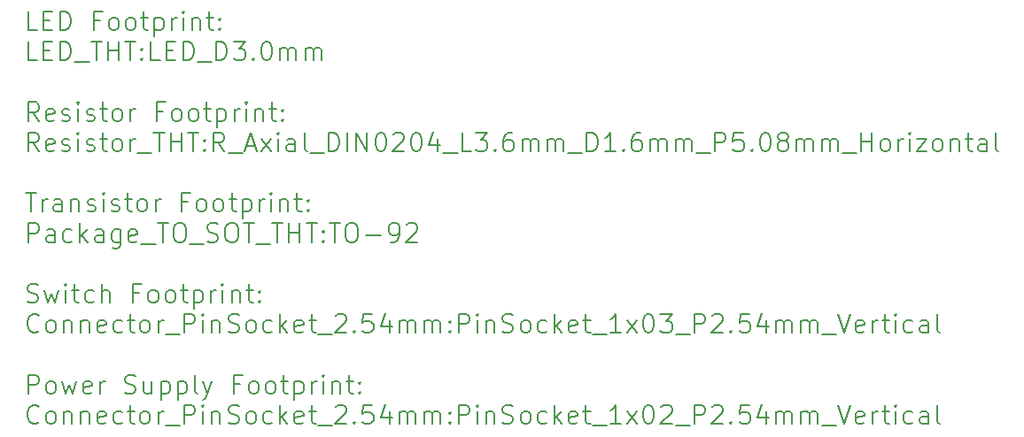
<source format=gbr>
%TF.GenerationSoftware,KiCad,Pcbnew,7.0.7*%
%TF.CreationDate,2023-11-14T16:38:08-05:00*%
%TF.ProjectId,TEJ4M-Unit-1-04,54454a34-4d2d-4556-9e69-742d312d3034,rev?*%
%TF.SameCoordinates,Original*%
%TF.FileFunction,Other,Comment*%
%FSLAX46Y46*%
G04 Gerber Fmt 4.6, Leading zero omitted, Abs format (unit mm)*
G04 Created by KiCad (PCBNEW 7.0.7) date 2023-11-14 16:38:08*
%MOMM*%
%LPD*%
G01*
G04 APERTURE LIST*
%ADD10C,0.200000*%
G04 APERTURE END LIST*
D10*
X152917292Y-52095314D02*
X152060149Y-52095314D01*
X152060149Y-52095314D02*
X152060149Y-50295314D01*
X153517292Y-51152457D02*
X154117292Y-51152457D01*
X154374435Y-52095314D02*
X153517292Y-52095314D01*
X153517292Y-52095314D02*
X153517292Y-50295314D01*
X153517292Y-50295314D02*
X154374435Y-50295314D01*
X155145863Y-52095314D02*
X155145863Y-50295314D01*
X155145863Y-50295314D02*
X155574434Y-50295314D01*
X155574434Y-50295314D02*
X155831577Y-50381028D01*
X155831577Y-50381028D02*
X156003006Y-50552457D01*
X156003006Y-50552457D02*
X156088720Y-50723885D01*
X156088720Y-50723885D02*
X156174434Y-51066742D01*
X156174434Y-51066742D02*
X156174434Y-51323885D01*
X156174434Y-51323885D02*
X156088720Y-51666742D01*
X156088720Y-51666742D02*
X156003006Y-51838171D01*
X156003006Y-51838171D02*
X155831577Y-52009600D01*
X155831577Y-52009600D02*
X155574434Y-52095314D01*
X155574434Y-52095314D02*
X155145863Y-52095314D01*
X158917292Y-51152457D02*
X158317292Y-51152457D01*
X158317292Y-52095314D02*
X158317292Y-50295314D01*
X158317292Y-50295314D02*
X159174435Y-50295314D01*
X160117292Y-52095314D02*
X159945863Y-52009600D01*
X159945863Y-52009600D02*
X159860149Y-51923885D01*
X159860149Y-51923885D02*
X159774435Y-51752457D01*
X159774435Y-51752457D02*
X159774435Y-51238171D01*
X159774435Y-51238171D02*
X159860149Y-51066742D01*
X159860149Y-51066742D02*
X159945863Y-50981028D01*
X159945863Y-50981028D02*
X160117292Y-50895314D01*
X160117292Y-50895314D02*
X160374435Y-50895314D01*
X160374435Y-50895314D02*
X160545863Y-50981028D01*
X160545863Y-50981028D02*
X160631578Y-51066742D01*
X160631578Y-51066742D02*
X160717292Y-51238171D01*
X160717292Y-51238171D02*
X160717292Y-51752457D01*
X160717292Y-51752457D02*
X160631578Y-51923885D01*
X160631578Y-51923885D02*
X160545863Y-52009600D01*
X160545863Y-52009600D02*
X160374435Y-52095314D01*
X160374435Y-52095314D02*
X160117292Y-52095314D01*
X161745863Y-52095314D02*
X161574434Y-52009600D01*
X161574434Y-52009600D02*
X161488720Y-51923885D01*
X161488720Y-51923885D02*
X161403006Y-51752457D01*
X161403006Y-51752457D02*
X161403006Y-51238171D01*
X161403006Y-51238171D02*
X161488720Y-51066742D01*
X161488720Y-51066742D02*
X161574434Y-50981028D01*
X161574434Y-50981028D02*
X161745863Y-50895314D01*
X161745863Y-50895314D02*
X162003006Y-50895314D01*
X162003006Y-50895314D02*
X162174434Y-50981028D01*
X162174434Y-50981028D02*
X162260149Y-51066742D01*
X162260149Y-51066742D02*
X162345863Y-51238171D01*
X162345863Y-51238171D02*
X162345863Y-51752457D01*
X162345863Y-51752457D02*
X162260149Y-51923885D01*
X162260149Y-51923885D02*
X162174434Y-52009600D01*
X162174434Y-52009600D02*
X162003006Y-52095314D01*
X162003006Y-52095314D02*
X161745863Y-52095314D01*
X162860148Y-50895314D02*
X163545862Y-50895314D01*
X163117291Y-50295314D02*
X163117291Y-51838171D01*
X163117291Y-51838171D02*
X163203005Y-52009600D01*
X163203005Y-52009600D02*
X163374434Y-52095314D01*
X163374434Y-52095314D02*
X163545862Y-52095314D01*
X164145862Y-50895314D02*
X164145862Y-52695314D01*
X164145862Y-50981028D02*
X164317291Y-50895314D01*
X164317291Y-50895314D02*
X164660148Y-50895314D01*
X164660148Y-50895314D02*
X164831576Y-50981028D01*
X164831576Y-50981028D02*
X164917291Y-51066742D01*
X164917291Y-51066742D02*
X165003005Y-51238171D01*
X165003005Y-51238171D02*
X165003005Y-51752457D01*
X165003005Y-51752457D02*
X164917291Y-51923885D01*
X164917291Y-51923885D02*
X164831576Y-52009600D01*
X164831576Y-52009600D02*
X164660148Y-52095314D01*
X164660148Y-52095314D02*
X164317291Y-52095314D01*
X164317291Y-52095314D02*
X164145862Y-52009600D01*
X165774433Y-52095314D02*
X165774433Y-50895314D01*
X165774433Y-51238171D02*
X165860147Y-51066742D01*
X165860147Y-51066742D02*
X165945862Y-50981028D01*
X165945862Y-50981028D02*
X166117290Y-50895314D01*
X166117290Y-50895314D02*
X166288719Y-50895314D01*
X166888719Y-52095314D02*
X166888719Y-50895314D01*
X166888719Y-50295314D02*
X166803005Y-50381028D01*
X166803005Y-50381028D02*
X166888719Y-50466742D01*
X166888719Y-50466742D02*
X166974433Y-50381028D01*
X166974433Y-50381028D02*
X166888719Y-50295314D01*
X166888719Y-50295314D02*
X166888719Y-50466742D01*
X167745862Y-50895314D02*
X167745862Y-52095314D01*
X167745862Y-51066742D02*
X167831576Y-50981028D01*
X167831576Y-50981028D02*
X168003005Y-50895314D01*
X168003005Y-50895314D02*
X168260148Y-50895314D01*
X168260148Y-50895314D02*
X168431576Y-50981028D01*
X168431576Y-50981028D02*
X168517291Y-51152457D01*
X168517291Y-51152457D02*
X168517291Y-52095314D01*
X169117290Y-50895314D02*
X169803004Y-50895314D01*
X169374433Y-50295314D02*
X169374433Y-51838171D01*
X169374433Y-51838171D02*
X169460147Y-52009600D01*
X169460147Y-52009600D02*
X169631576Y-52095314D01*
X169631576Y-52095314D02*
X169803004Y-52095314D01*
X170403004Y-51923885D02*
X170488718Y-52009600D01*
X170488718Y-52009600D02*
X170403004Y-52095314D01*
X170403004Y-52095314D02*
X170317290Y-52009600D01*
X170317290Y-52009600D02*
X170403004Y-51923885D01*
X170403004Y-51923885D02*
X170403004Y-52095314D01*
X170403004Y-50981028D02*
X170488718Y-51066742D01*
X170488718Y-51066742D02*
X170403004Y-51152457D01*
X170403004Y-51152457D02*
X170317290Y-51066742D01*
X170317290Y-51066742D02*
X170403004Y-50981028D01*
X170403004Y-50981028D02*
X170403004Y-51152457D01*
X152917292Y-54993314D02*
X152060149Y-54993314D01*
X152060149Y-54993314D02*
X152060149Y-53193314D01*
X153517292Y-54050457D02*
X154117292Y-54050457D01*
X154374435Y-54993314D02*
X153517292Y-54993314D01*
X153517292Y-54993314D02*
X153517292Y-53193314D01*
X153517292Y-53193314D02*
X154374435Y-53193314D01*
X155145863Y-54993314D02*
X155145863Y-53193314D01*
X155145863Y-53193314D02*
X155574434Y-53193314D01*
X155574434Y-53193314D02*
X155831577Y-53279028D01*
X155831577Y-53279028D02*
X156003006Y-53450457D01*
X156003006Y-53450457D02*
X156088720Y-53621885D01*
X156088720Y-53621885D02*
X156174434Y-53964742D01*
X156174434Y-53964742D02*
X156174434Y-54221885D01*
X156174434Y-54221885D02*
X156088720Y-54564742D01*
X156088720Y-54564742D02*
X156003006Y-54736171D01*
X156003006Y-54736171D02*
X155831577Y-54907600D01*
X155831577Y-54907600D02*
X155574434Y-54993314D01*
X155574434Y-54993314D02*
X155145863Y-54993314D01*
X156517292Y-55164742D02*
X157888720Y-55164742D01*
X158060149Y-53193314D02*
X159088721Y-53193314D01*
X158574435Y-54993314D02*
X158574435Y-53193314D01*
X159688721Y-54993314D02*
X159688721Y-53193314D01*
X159688721Y-54050457D02*
X160717292Y-54050457D01*
X160717292Y-54993314D02*
X160717292Y-53193314D01*
X161317292Y-53193314D02*
X162345864Y-53193314D01*
X161831578Y-54993314D02*
X161831578Y-53193314D01*
X162945864Y-54821885D02*
X163031578Y-54907600D01*
X163031578Y-54907600D02*
X162945864Y-54993314D01*
X162945864Y-54993314D02*
X162860150Y-54907600D01*
X162860150Y-54907600D02*
X162945864Y-54821885D01*
X162945864Y-54821885D02*
X162945864Y-54993314D01*
X162945864Y-53879028D02*
X163031578Y-53964742D01*
X163031578Y-53964742D02*
X162945864Y-54050457D01*
X162945864Y-54050457D02*
X162860150Y-53964742D01*
X162860150Y-53964742D02*
X162945864Y-53879028D01*
X162945864Y-53879028D02*
X162945864Y-54050457D01*
X164660150Y-54993314D02*
X163803007Y-54993314D01*
X163803007Y-54993314D02*
X163803007Y-53193314D01*
X165260150Y-54050457D02*
X165860150Y-54050457D01*
X166117293Y-54993314D02*
X165260150Y-54993314D01*
X165260150Y-54993314D02*
X165260150Y-53193314D01*
X165260150Y-53193314D02*
X166117293Y-53193314D01*
X166888721Y-54993314D02*
X166888721Y-53193314D01*
X166888721Y-53193314D02*
X167317292Y-53193314D01*
X167317292Y-53193314D02*
X167574435Y-53279028D01*
X167574435Y-53279028D02*
X167745864Y-53450457D01*
X167745864Y-53450457D02*
X167831578Y-53621885D01*
X167831578Y-53621885D02*
X167917292Y-53964742D01*
X167917292Y-53964742D02*
X167917292Y-54221885D01*
X167917292Y-54221885D02*
X167831578Y-54564742D01*
X167831578Y-54564742D02*
X167745864Y-54736171D01*
X167745864Y-54736171D02*
X167574435Y-54907600D01*
X167574435Y-54907600D02*
X167317292Y-54993314D01*
X167317292Y-54993314D02*
X166888721Y-54993314D01*
X168260150Y-55164742D02*
X169631578Y-55164742D01*
X170060150Y-54993314D02*
X170060150Y-53193314D01*
X170060150Y-53193314D02*
X170488721Y-53193314D01*
X170488721Y-53193314D02*
X170745864Y-53279028D01*
X170745864Y-53279028D02*
X170917293Y-53450457D01*
X170917293Y-53450457D02*
X171003007Y-53621885D01*
X171003007Y-53621885D02*
X171088721Y-53964742D01*
X171088721Y-53964742D02*
X171088721Y-54221885D01*
X171088721Y-54221885D02*
X171003007Y-54564742D01*
X171003007Y-54564742D02*
X170917293Y-54736171D01*
X170917293Y-54736171D02*
X170745864Y-54907600D01*
X170745864Y-54907600D02*
X170488721Y-54993314D01*
X170488721Y-54993314D02*
X170060150Y-54993314D01*
X171688721Y-53193314D02*
X172803007Y-53193314D01*
X172803007Y-53193314D02*
X172203007Y-53879028D01*
X172203007Y-53879028D02*
X172460150Y-53879028D01*
X172460150Y-53879028D02*
X172631579Y-53964742D01*
X172631579Y-53964742D02*
X172717293Y-54050457D01*
X172717293Y-54050457D02*
X172803007Y-54221885D01*
X172803007Y-54221885D02*
X172803007Y-54650457D01*
X172803007Y-54650457D02*
X172717293Y-54821885D01*
X172717293Y-54821885D02*
X172631579Y-54907600D01*
X172631579Y-54907600D02*
X172460150Y-54993314D01*
X172460150Y-54993314D02*
X171945864Y-54993314D01*
X171945864Y-54993314D02*
X171774436Y-54907600D01*
X171774436Y-54907600D02*
X171688721Y-54821885D01*
X173574436Y-54821885D02*
X173660150Y-54907600D01*
X173660150Y-54907600D02*
X173574436Y-54993314D01*
X173574436Y-54993314D02*
X173488722Y-54907600D01*
X173488722Y-54907600D02*
X173574436Y-54821885D01*
X173574436Y-54821885D02*
X173574436Y-54993314D01*
X174774436Y-53193314D02*
X174945865Y-53193314D01*
X174945865Y-53193314D02*
X175117293Y-53279028D01*
X175117293Y-53279028D02*
X175203008Y-53364742D01*
X175203008Y-53364742D02*
X175288722Y-53536171D01*
X175288722Y-53536171D02*
X175374436Y-53879028D01*
X175374436Y-53879028D02*
X175374436Y-54307600D01*
X175374436Y-54307600D02*
X175288722Y-54650457D01*
X175288722Y-54650457D02*
X175203008Y-54821885D01*
X175203008Y-54821885D02*
X175117293Y-54907600D01*
X175117293Y-54907600D02*
X174945865Y-54993314D01*
X174945865Y-54993314D02*
X174774436Y-54993314D01*
X174774436Y-54993314D02*
X174603008Y-54907600D01*
X174603008Y-54907600D02*
X174517293Y-54821885D01*
X174517293Y-54821885D02*
X174431579Y-54650457D01*
X174431579Y-54650457D02*
X174345865Y-54307600D01*
X174345865Y-54307600D02*
X174345865Y-53879028D01*
X174345865Y-53879028D02*
X174431579Y-53536171D01*
X174431579Y-53536171D02*
X174517293Y-53364742D01*
X174517293Y-53364742D02*
X174603008Y-53279028D01*
X174603008Y-53279028D02*
X174774436Y-53193314D01*
X176145865Y-54993314D02*
X176145865Y-53793314D01*
X176145865Y-53964742D02*
X176231579Y-53879028D01*
X176231579Y-53879028D02*
X176403008Y-53793314D01*
X176403008Y-53793314D02*
X176660151Y-53793314D01*
X176660151Y-53793314D02*
X176831579Y-53879028D01*
X176831579Y-53879028D02*
X176917294Y-54050457D01*
X176917294Y-54050457D02*
X176917294Y-54993314D01*
X176917294Y-54050457D02*
X177003008Y-53879028D01*
X177003008Y-53879028D02*
X177174436Y-53793314D01*
X177174436Y-53793314D02*
X177431579Y-53793314D01*
X177431579Y-53793314D02*
X177603008Y-53879028D01*
X177603008Y-53879028D02*
X177688722Y-54050457D01*
X177688722Y-54050457D02*
X177688722Y-54993314D01*
X178545865Y-54993314D02*
X178545865Y-53793314D01*
X178545865Y-53964742D02*
X178631579Y-53879028D01*
X178631579Y-53879028D02*
X178803008Y-53793314D01*
X178803008Y-53793314D02*
X179060151Y-53793314D01*
X179060151Y-53793314D02*
X179231579Y-53879028D01*
X179231579Y-53879028D02*
X179317294Y-54050457D01*
X179317294Y-54050457D02*
X179317294Y-54993314D01*
X179317294Y-54050457D02*
X179403008Y-53879028D01*
X179403008Y-53879028D02*
X179574436Y-53793314D01*
X179574436Y-53793314D02*
X179831579Y-53793314D01*
X179831579Y-53793314D02*
X180003008Y-53879028D01*
X180003008Y-53879028D02*
X180088722Y-54050457D01*
X180088722Y-54050457D02*
X180088722Y-54993314D01*
X153088720Y-60789314D02*
X152488720Y-59932171D01*
X152060149Y-60789314D02*
X152060149Y-58989314D01*
X152060149Y-58989314D02*
X152745863Y-58989314D01*
X152745863Y-58989314D02*
X152917292Y-59075028D01*
X152917292Y-59075028D02*
X153003006Y-59160742D01*
X153003006Y-59160742D02*
X153088720Y-59332171D01*
X153088720Y-59332171D02*
X153088720Y-59589314D01*
X153088720Y-59589314D02*
X153003006Y-59760742D01*
X153003006Y-59760742D02*
X152917292Y-59846457D01*
X152917292Y-59846457D02*
X152745863Y-59932171D01*
X152745863Y-59932171D02*
X152060149Y-59932171D01*
X154545863Y-60703600D02*
X154374435Y-60789314D01*
X154374435Y-60789314D02*
X154031578Y-60789314D01*
X154031578Y-60789314D02*
X153860149Y-60703600D01*
X153860149Y-60703600D02*
X153774435Y-60532171D01*
X153774435Y-60532171D02*
X153774435Y-59846457D01*
X153774435Y-59846457D02*
X153860149Y-59675028D01*
X153860149Y-59675028D02*
X154031578Y-59589314D01*
X154031578Y-59589314D02*
X154374435Y-59589314D01*
X154374435Y-59589314D02*
X154545863Y-59675028D01*
X154545863Y-59675028D02*
X154631578Y-59846457D01*
X154631578Y-59846457D02*
X154631578Y-60017885D01*
X154631578Y-60017885D02*
X153774435Y-60189314D01*
X155317292Y-60703600D02*
X155488720Y-60789314D01*
X155488720Y-60789314D02*
X155831577Y-60789314D01*
X155831577Y-60789314D02*
X156003006Y-60703600D01*
X156003006Y-60703600D02*
X156088720Y-60532171D01*
X156088720Y-60532171D02*
X156088720Y-60446457D01*
X156088720Y-60446457D02*
X156003006Y-60275028D01*
X156003006Y-60275028D02*
X155831577Y-60189314D01*
X155831577Y-60189314D02*
X155574435Y-60189314D01*
X155574435Y-60189314D02*
X155403006Y-60103600D01*
X155403006Y-60103600D02*
X155317292Y-59932171D01*
X155317292Y-59932171D02*
X155317292Y-59846457D01*
X155317292Y-59846457D02*
X155403006Y-59675028D01*
X155403006Y-59675028D02*
X155574435Y-59589314D01*
X155574435Y-59589314D02*
X155831577Y-59589314D01*
X155831577Y-59589314D02*
X156003006Y-59675028D01*
X156860149Y-60789314D02*
X156860149Y-59589314D01*
X156860149Y-58989314D02*
X156774435Y-59075028D01*
X156774435Y-59075028D02*
X156860149Y-59160742D01*
X156860149Y-59160742D02*
X156945863Y-59075028D01*
X156945863Y-59075028D02*
X156860149Y-58989314D01*
X156860149Y-58989314D02*
X156860149Y-59160742D01*
X157631578Y-60703600D02*
X157803006Y-60789314D01*
X157803006Y-60789314D02*
X158145863Y-60789314D01*
X158145863Y-60789314D02*
X158317292Y-60703600D01*
X158317292Y-60703600D02*
X158403006Y-60532171D01*
X158403006Y-60532171D02*
X158403006Y-60446457D01*
X158403006Y-60446457D02*
X158317292Y-60275028D01*
X158317292Y-60275028D02*
X158145863Y-60189314D01*
X158145863Y-60189314D02*
X157888721Y-60189314D01*
X157888721Y-60189314D02*
X157717292Y-60103600D01*
X157717292Y-60103600D02*
X157631578Y-59932171D01*
X157631578Y-59932171D02*
X157631578Y-59846457D01*
X157631578Y-59846457D02*
X157717292Y-59675028D01*
X157717292Y-59675028D02*
X157888721Y-59589314D01*
X157888721Y-59589314D02*
X158145863Y-59589314D01*
X158145863Y-59589314D02*
X158317292Y-59675028D01*
X158917292Y-59589314D02*
X159603006Y-59589314D01*
X159174435Y-58989314D02*
X159174435Y-60532171D01*
X159174435Y-60532171D02*
X159260149Y-60703600D01*
X159260149Y-60703600D02*
X159431578Y-60789314D01*
X159431578Y-60789314D02*
X159603006Y-60789314D01*
X160460149Y-60789314D02*
X160288720Y-60703600D01*
X160288720Y-60703600D02*
X160203006Y-60617885D01*
X160203006Y-60617885D02*
X160117292Y-60446457D01*
X160117292Y-60446457D02*
X160117292Y-59932171D01*
X160117292Y-59932171D02*
X160203006Y-59760742D01*
X160203006Y-59760742D02*
X160288720Y-59675028D01*
X160288720Y-59675028D02*
X160460149Y-59589314D01*
X160460149Y-59589314D02*
X160717292Y-59589314D01*
X160717292Y-59589314D02*
X160888720Y-59675028D01*
X160888720Y-59675028D02*
X160974435Y-59760742D01*
X160974435Y-59760742D02*
X161060149Y-59932171D01*
X161060149Y-59932171D02*
X161060149Y-60446457D01*
X161060149Y-60446457D02*
X160974435Y-60617885D01*
X160974435Y-60617885D02*
X160888720Y-60703600D01*
X160888720Y-60703600D02*
X160717292Y-60789314D01*
X160717292Y-60789314D02*
X160460149Y-60789314D01*
X161831577Y-60789314D02*
X161831577Y-59589314D01*
X161831577Y-59932171D02*
X161917291Y-59760742D01*
X161917291Y-59760742D02*
X162003006Y-59675028D01*
X162003006Y-59675028D02*
X162174434Y-59589314D01*
X162174434Y-59589314D02*
X162345863Y-59589314D01*
X164917292Y-59846457D02*
X164317292Y-59846457D01*
X164317292Y-60789314D02*
X164317292Y-58989314D01*
X164317292Y-58989314D02*
X165174435Y-58989314D01*
X166117292Y-60789314D02*
X165945863Y-60703600D01*
X165945863Y-60703600D02*
X165860149Y-60617885D01*
X165860149Y-60617885D02*
X165774435Y-60446457D01*
X165774435Y-60446457D02*
X165774435Y-59932171D01*
X165774435Y-59932171D02*
X165860149Y-59760742D01*
X165860149Y-59760742D02*
X165945863Y-59675028D01*
X165945863Y-59675028D02*
X166117292Y-59589314D01*
X166117292Y-59589314D02*
X166374435Y-59589314D01*
X166374435Y-59589314D02*
X166545863Y-59675028D01*
X166545863Y-59675028D02*
X166631578Y-59760742D01*
X166631578Y-59760742D02*
X166717292Y-59932171D01*
X166717292Y-59932171D02*
X166717292Y-60446457D01*
X166717292Y-60446457D02*
X166631578Y-60617885D01*
X166631578Y-60617885D02*
X166545863Y-60703600D01*
X166545863Y-60703600D02*
X166374435Y-60789314D01*
X166374435Y-60789314D02*
X166117292Y-60789314D01*
X167745863Y-60789314D02*
X167574434Y-60703600D01*
X167574434Y-60703600D02*
X167488720Y-60617885D01*
X167488720Y-60617885D02*
X167403006Y-60446457D01*
X167403006Y-60446457D02*
X167403006Y-59932171D01*
X167403006Y-59932171D02*
X167488720Y-59760742D01*
X167488720Y-59760742D02*
X167574434Y-59675028D01*
X167574434Y-59675028D02*
X167745863Y-59589314D01*
X167745863Y-59589314D02*
X168003006Y-59589314D01*
X168003006Y-59589314D02*
X168174434Y-59675028D01*
X168174434Y-59675028D02*
X168260149Y-59760742D01*
X168260149Y-59760742D02*
X168345863Y-59932171D01*
X168345863Y-59932171D02*
X168345863Y-60446457D01*
X168345863Y-60446457D02*
X168260149Y-60617885D01*
X168260149Y-60617885D02*
X168174434Y-60703600D01*
X168174434Y-60703600D02*
X168003006Y-60789314D01*
X168003006Y-60789314D02*
X167745863Y-60789314D01*
X168860148Y-59589314D02*
X169545862Y-59589314D01*
X169117291Y-58989314D02*
X169117291Y-60532171D01*
X169117291Y-60532171D02*
X169203005Y-60703600D01*
X169203005Y-60703600D02*
X169374434Y-60789314D01*
X169374434Y-60789314D02*
X169545862Y-60789314D01*
X170145862Y-59589314D02*
X170145862Y-61389314D01*
X170145862Y-59675028D02*
X170317291Y-59589314D01*
X170317291Y-59589314D02*
X170660148Y-59589314D01*
X170660148Y-59589314D02*
X170831576Y-59675028D01*
X170831576Y-59675028D02*
X170917291Y-59760742D01*
X170917291Y-59760742D02*
X171003005Y-59932171D01*
X171003005Y-59932171D02*
X171003005Y-60446457D01*
X171003005Y-60446457D02*
X170917291Y-60617885D01*
X170917291Y-60617885D02*
X170831576Y-60703600D01*
X170831576Y-60703600D02*
X170660148Y-60789314D01*
X170660148Y-60789314D02*
X170317291Y-60789314D01*
X170317291Y-60789314D02*
X170145862Y-60703600D01*
X171774433Y-60789314D02*
X171774433Y-59589314D01*
X171774433Y-59932171D02*
X171860147Y-59760742D01*
X171860147Y-59760742D02*
X171945862Y-59675028D01*
X171945862Y-59675028D02*
X172117290Y-59589314D01*
X172117290Y-59589314D02*
X172288719Y-59589314D01*
X172888719Y-60789314D02*
X172888719Y-59589314D01*
X172888719Y-58989314D02*
X172803005Y-59075028D01*
X172803005Y-59075028D02*
X172888719Y-59160742D01*
X172888719Y-59160742D02*
X172974433Y-59075028D01*
X172974433Y-59075028D02*
X172888719Y-58989314D01*
X172888719Y-58989314D02*
X172888719Y-59160742D01*
X173745862Y-59589314D02*
X173745862Y-60789314D01*
X173745862Y-59760742D02*
X173831576Y-59675028D01*
X173831576Y-59675028D02*
X174003005Y-59589314D01*
X174003005Y-59589314D02*
X174260148Y-59589314D01*
X174260148Y-59589314D02*
X174431576Y-59675028D01*
X174431576Y-59675028D02*
X174517291Y-59846457D01*
X174517291Y-59846457D02*
X174517291Y-60789314D01*
X175117290Y-59589314D02*
X175803004Y-59589314D01*
X175374433Y-58989314D02*
X175374433Y-60532171D01*
X175374433Y-60532171D02*
X175460147Y-60703600D01*
X175460147Y-60703600D02*
X175631576Y-60789314D01*
X175631576Y-60789314D02*
X175803004Y-60789314D01*
X176403004Y-60617885D02*
X176488718Y-60703600D01*
X176488718Y-60703600D02*
X176403004Y-60789314D01*
X176403004Y-60789314D02*
X176317290Y-60703600D01*
X176317290Y-60703600D02*
X176403004Y-60617885D01*
X176403004Y-60617885D02*
X176403004Y-60789314D01*
X176403004Y-59675028D02*
X176488718Y-59760742D01*
X176488718Y-59760742D02*
X176403004Y-59846457D01*
X176403004Y-59846457D02*
X176317290Y-59760742D01*
X176317290Y-59760742D02*
X176403004Y-59675028D01*
X176403004Y-59675028D02*
X176403004Y-59846457D01*
X153088720Y-63687314D02*
X152488720Y-62830171D01*
X152060149Y-63687314D02*
X152060149Y-61887314D01*
X152060149Y-61887314D02*
X152745863Y-61887314D01*
X152745863Y-61887314D02*
X152917292Y-61973028D01*
X152917292Y-61973028D02*
X153003006Y-62058742D01*
X153003006Y-62058742D02*
X153088720Y-62230171D01*
X153088720Y-62230171D02*
X153088720Y-62487314D01*
X153088720Y-62487314D02*
X153003006Y-62658742D01*
X153003006Y-62658742D02*
X152917292Y-62744457D01*
X152917292Y-62744457D02*
X152745863Y-62830171D01*
X152745863Y-62830171D02*
X152060149Y-62830171D01*
X154545863Y-63601600D02*
X154374435Y-63687314D01*
X154374435Y-63687314D02*
X154031578Y-63687314D01*
X154031578Y-63687314D02*
X153860149Y-63601600D01*
X153860149Y-63601600D02*
X153774435Y-63430171D01*
X153774435Y-63430171D02*
X153774435Y-62744457D01*
X153774435Y-62744457D02*
X153860149Y-62573028D01*
X153860149Y-62573028D02*
X154031578Y-62487314D01*
X154031578Y-62487314D02*
X154374435Y-62487314D01*
X154374435Y-62487314D02*
X154545863Y-62573028D01*
X154545863Y-62573028D02*
X154631578Y-62744457D01*
X154631578Y-62744457D02*
X154631578Y-62915885D01*
X154631578Y-62915885D02*
X153774435Y-63087314D01*
X155317292Y-63601600D02*
X155488720Y-63687314D01*
X155488720Y-63687314D02*
X155831577Y-63687314D01*
X155831577Y-63687314D02*
X156003006Y-63601600D01*
X156003006Y-63601600D02*
X156088720Y-63430171D01*
X156088720Y-63430171D02*
X156088720Y-63344457D01*
X156088720Y-63344457D02*
X156003006Y-63173028D01*
X156003006Y-63173028D02*
X155831577Y-63087314D01*
X155831577Y-63087314D02*
X155574435Y-63087314D01*
X155574435Y-63087314D02*
X155403006Y-63001600D01*
X155403006Y-63001600D02*
X155317292Y-62830171D01*
X155317292Y-62830171D02*
X155317292Y-62744457D01*
X155317292Y-62744457D02*
X155403006Y-62573028D01*
X155403006Y-62573028D02*
X155574435Y-62487314D01*
X155574435Y-62487314D02*
X155831577Y-62487314D01*
X155831577Y-62487314D02*
X156003006Y-62573028D01*
X156860149Y-63687314D02*
X156860149Y-62487314D01*
X156860149Y-61887314D02*
X156774435Y-61973028D01*
X156774435Y-61973028D02*
X156860149Y-62058742D01*
X156860149Y-62058742D02*
X156945863Y-61973028D01*
X156945863Y-61973028D02*
X156860149Y-61887314D01*
X156860149Y-61887314D02*
X156860149Y-62058742D01*
X157631578Y-63601600D02*
X157803006Y-63687314D01*
X157803006Y-63687314D02*
X158145863Y-63687314D01*
X158145863Y-63687314D02*
X158317292Y-63601600D01*
X158317292Y-63601600D02*
X158403006Y-63430171D01*
X158403006Y-63430171D02*
X158403006Y-63344457D01*
X158403006Y-63344457D02*
X158317292Y-63173028D01*
X158317292Y-63173028D02*
X158145863Y-63087314D01*
X158145863Y-63087314D02*
X157888721Y-63087314D01*
X157888721Y-63087314D02*
X157717292Y-63001600D01*
X157717292Y-63001600D02*
X157631578Y-62830171D01*
X157631578Y-62830171D02*
X157631578Y-62744457D01*
X157631578Y-62744457D02*
X157717292Y-62573028D01*
X157717292Y-62573028D02*
X157888721Y-62487314D01*
X157888721Y-62487314D02*
X158145863Y-62487314D01*
X158145863Y-62487314D02*
X158317292Y-62573028D01*
X158917292Y-62487314D02*
X159603006Y-62487314D01*
X159174435Y-61887314D02*
X159174435Y-63430171D01*
X159174435Y-63430171D02*
X159260149Y-63601600D01*
X159260149Y-63601600D02*
X159431578Y-63687314D01*
X159431578Y-63687314D02*
X159603006Y-63687314D01*
X160460149Y-63687314D02*
X160288720Y-63601600D01*
X160288720Y-63601600D02*
X160203006Y-63515885D01*
X160203006Y-63515885D02*
X160117292Y-63344457D01*
X160117292Y-63344457D02*
X160117292Y-62830171D01*
X160117292Y-62830171D02*
X160203006Y-62658742D01*
X160203006Y-62658742D02*
X160288720Y-62573028D01*
X160288720Y-62573028D02*
X160460149Y-62487314D01*
X160460149Y-62487314D02*
X160717292Y-62487314D01*
X160717292Y-62487314D02*
X160888720Y-62573028D01*
X160888720Y-62573028D02*
X160974435Y-62658742D01*
X160974435Y-62658742D02*
X161060149Y-62830171D01*
X161060149Y-62830171D02*
X161060149Y-63344457D01*
X161060149Y-63344457D02*
X160974435Y-63515885D01*
X160974435Y-63515885D02*
X160888720Y-63601600D01*
X160888720Y-63601600D02*
X160717292Y-63687314D01*
X160717292Y-63687314D02*
X160460149Y-63687314D01*
X161831577Y-63687314D02*
X161831577Y-62487314D01*
X161831577Y-62830171D02*
X161917291Y-62658742D01*
X161917291Y-62658742D02*
X162003006Y-62573028D01*
X162003006Y-62573028D02*
X162174434Y-62487314D01*
X162174434Y-62487314D02*
X162345863Y-62487314D01*
X162517292Y-63858742D02*
X163888720Y-63858742D01*
X164060149Y-61887314D02*
X165088721Y-61887314D01*
X164574435Y-63687314D02*
X164574435Y-61887314D01*
X165688721Y-63687314D02*
X165688721Y-61887314D01*
X165688721Y-62744457D02*
X166717292Y-62744457D01*
X166717292Y-63687314D02*
X166717292Y-61887314D01*
X167317292Y-61887314D02*
X168345864Y-61887314D01*
X167831578Y-63687314D02*
X167831578Y-61887314D01*
X168945864Y-63515885D02*
X169031578Y-63601600D01*
X169031578Y-63601600D02*
X168945864Y-63687314D01*
X168945864Y-63687314D02*
X168860150Y-63601600D01*
X168860150Y-63601600D02*
X168945864Y-63515885D01*
X168945864Y-63515885D02*
X168945864Y-63687314D01*
X168945864Y-62573028D02*
X169031578Y-62658742D01*
X169031578Y-62658742D02*
X168945864Y-62744457D01*
X168945864Y-62744457D02*
X168860150Y-62658742D01*
X168860150Y-62658742D02*
X168945864Y-62573028D01*
X168945864Y-62573028D02*
X168945864Y-62744457D01*
X170831578Y-63687314D02*
X170231578Y-62830171D01*
X169803007Y-63687314D02*
X169803007Y-61887314D01*
X169803007Y-61887314D02*
X170488721Y-61887314D01*
X170488721Y-61887314D02*
X170660150Y-61973028D01*
X170660150Y-61973028D02*
X170745864Y-62058742D01*
X170745864Y-62058742D02*
X170831578Y-62230171D01*
X170831578Y-62230171D02*
X170831578Y-62487314D01*
X170831578Y-62487314D02*
X170745864Y-62658742D01*
X170745864Y-62658742D02*
X170660150Y-62744457D01*
X170660150Y-62744457D02*
X170488721Y-62830171D01*
X170488721Y-62830171D02*
X169803007Y-62830171D01*
X171174436Y-63858742D02*
X172545864Y-63858742D01*
X172888722Y-63173028D02*
X173745865Y-63173028D01*
X172717293Y-63687314D02*
X173317293Y-61887314D01*
X173317293Y-61887314D02*
X173917293Y-63687314D01*
X174345864Y-63687314D02*
X175288722Y-62487314D01*
X174345864Y-62487314D02*
X175288722Y-63687314D01*
X175974436Y-63687314D02*
X175974436Y-62487314D01*
X175974436Y-61887314D02*
X175888722Y-61973028D01*
X175888722Y-61973028D02*
X175974436Y-62058742D01*
X175974436Y-62058742D02*
X176060150Y-61973028D01*
X176060150Y-61973028D02*
X175974436Y-61887314D01*
X175974436Y-61887314D02*
X175974436Y-62058742D01*
X177603008Y-63687314D02*
X177603008Y-62744457D01*
X177603008Y-62744457D02*
X177517293Y-62573028D01*
X177517293Y-62573028D02*
X177345865Y-62487314D01*
X177345865Y-62487314D02*
X177003008Y-62487314D01*
X177003008Y-62487314D02*
X176831579Y-62573028D01*
X177603008Y-63601600D02*
X177431579Y-63687314D01*
X177431579Y-63687314D02*
X177003008Y-63687314D01*
X177003008Y-63687314D02*
X176831579Y-63601600D01*
X176831579Y-63601600D02*
X176745865Y-63430171D01*
X176745865Y-63430171D02*
X176745865Y-63258742D01*
X176745865Y-63258742D02*
X176831579Y-63087314D01*
X176831579Y-63087314D02*
X177003008Y-63001600D01*
X177003008Y-63001600D02*
X177431579Y-63001600D01*
X177431579Y-63001600D02*
X177603008Y-62915885D01*
X178717293Y-63687314D02*
X178545864Y-63601600D01*
X178545864Y-63601600D02*
X178460150Y-63430171D01*
X178460150Y-63430171D02*
X178460150Y-61887314D01*
X178974436Y-63858742D02*
X180345864Y-63858742D01*
X180774436Y-63687314D02*
X180774436Y-61887314D01*
X180774436Y-61887314D02*
X181203007Y-61887314D01*
X181203007Y-61887314D02*
X181460150Y-61973028D01*
X181460150Y-61973028D02*
X181631579Y-62144457D01*
X181631579Y-62144457D02*
X181717293Y-62315885D01*
X181717293Y-62315885D02*
X181803007Y-62658742D01*
X181803007Y-62658742D02*
X181803007Y-62915885D01*
X181803007Y-62915885D02*
X181717293Y-63258742D01*
X181717293Y-63258742D02*
X181631579Y-63430171D01*
X181631579Y-63430171D02*
X181460150Y-63601600D01*
X181460150Y-63601600D02*
X181203007Y-63687314D01*
X181203007Y-63687314D02*
X180774436Y-63687314D01*
X182574436Y-63687314D02*
X182574436Y-61887314D01*
X183431579Y-63687314D02*
X183431579Y-61887314D01*
X183431579Y-61887314D02*
X184460150Y-63687314D01*
X184460150Y-63687314D02*
X184460150Y-61887314D01*
X185660150Y-61887314D02*
X185831579Y-61887314D01*
X185831579Y-61887314D02*
X186003007Y-61973028D01*
X186003007Y-61973028D02*
X186088722Y-62058742D01*
X186088722Y-62058742D02*
X186174436Y-62230171D01*
X186174436Y-62230171D02*
X186260150Y-62573028D01*
X186260150Y-62573028D02*
X186260150Y-63001600D01*
X186260150Y-63001600D02*
X186174436Y-63344457D01*
X186174436Y-63344457D02*
X186088722Y-63515885D01*
X186088722Y-63515885D02*
X186003007Y-63601600D01*
X186003007Y-63601600D02*
X185831579Y-63687314D01*
X185831579Y-63687314D02*
X185660150Y-63687314D01*
X185660150Y-63687314D02*
X185488722Y-63601600D01*
X185488722Y-63601600D02*
X185403007Y-63515885D01*
X185403007Y-63515885D02*
X185317293Y-63344457D01*
X185317293Y-63344457D02*
X185231579Y-63001600D01*
X185231579Y-63001600D02*
X185231579Y-62573028D01*
X185231579Y-62573028D02*
X185317293Y-62230171D01*
X185317293Y-62230171D02*
X185403007Y-62058742D01*
X185403007Y-62058742D02*
X185488722Y-61973028D01*
X185488722Y-61973028D02*
X185660150Y-61887314D01*
X186945865Y-62058742D02*
X187031579Y-61973028D01*
X187031579Y-61973028D02*
X187203008Y-61887314D01*
X187203008Y-61887314D02*
X187631579Y-61887314D01*
X187631579Y-61887314D02*
X187803008Y-61973028D01*
X187803008Y-61973028D02*
X187888722Y-62058742D01*
X187888722Y-62058742D02*
X187974436Y-62230171D01*
X187974436Y-62230171D02*
X187974436Y-62401600D01*
X187974436Y-62401600D02*
X187888722Y-62658742D01*
X187888722Y-62658742D02*
X186860150Y-63687314D01*
X186860150Y-63687314D02*
X187974436Y-63687314D01*
X189088722Y-61887314D02*
X189260151Y-61887314D01*
X189260151Y-61887314D02*
X189431579Y-61973028D01*
X189431579Y-61973028D02*
X189517294Y-62058742D01*
X189517294Y-62058742D02*
X189603008Y-62230171D01*
X189603008Y-62230171D02*
X189688722Y-62573028D01*
X189688722Y-62573028D02*
X189688722Y-63001600D01*
X189688722Y-63001600D02*
X189603008Y-63344457D01*
X189603008Y-63344457D02*
X189517294Y-63515885D01*
X189517294Y-63515885D02*
X189431579Y-63601600D01*
X189431579Y-63601600D02*
X189260151Y-63687314D01*
X189260151Y-63687314D02*
X189088722Y-63687314D01*
X189088722Y-63687314D02*
X188917294Y-63601600D01*
X188917294Y-63601600D02*
X188831579Y-63515885D01*
X188831579Y-63515885D02*
X188745865Y-63344457D01*
X188745865Y-63344457D02*
X188660151Y-63001600D01*
X188660151Y-63001600D02*
X188660151Y-62573028D01*
X188660151Y-62573028D02*
X188745865Y-62230171D01*
X188745865Y-62230171D02*
X188831579Y-62058742D01*
X188831579Y-62058742D02*
X188917294Y-61973028D01*
X188917294Y-61973028D02*
X189088722Y-61887314D01*
X191231580Y-62487314D02*
X191231580Y-63687314D01*
X190803008Y-61801600D02*
X190374437Y-63087314D01*
X190374437Y-63087314D02*
X191488722Y-63087314D01*
X191745866Y-63858742D02*
X193117294Y-63858742D01*
X194403009Y-63687314D02*
X193545866Y-63687314D01*
X193545866Y-63687314D02*
X193545866Y-61887314D01*
X194831580Y-61887314D02*
X195945866Y-61887314D01*
X195945866Y-61887314D02*
X195345866Y-62573028D01*
X195345866Y-62573028D02*
X195603009Y-62573028D01*
X195603009Y-62573028D02*
X195774438Y-62658742D01*
X195774438Y-62658742D02*
X195860152Y-62744457D01*
X195860152Y-62744457D02*
X195945866Y-62915885D01*
X195945866Y-62915885D02*
X195945866Y-63344457D01*
X195945866Y-63344457D02*
X195860152Y-63515885D01*
X195860152Y-63515885D02*
X195774438Y-63601600D01*
X195774438Y-63601600D02*
X195603009Y-63687314D01*
X195603009Y-63687314D02*
X195088723Y-63687314D01*
X195088723Y-63687314D02*
X194917295Y-63601600D01*
X194917295Y-63601600D02*
X194831580Y-63515885D01*
X196717295Y-63515885D02*
X196803009Y-63601600D01*
X196803009Y-63601600D02*
X196717295Y-63687314D01*
X196717295Y-63687314D02*
X196631581Y-63601600D01*
X196631581Y-63601600D02*
X196717295Y-63515885D01*
X196717295Y-63515885D02*
X196717295Y-63687314D01*
X198345867Y-61887314D02*
X198003009Y-61887314D01*
X198003009Y-61887314D02*
X197831581Y-61973028D01*
X197831581Y-61973028D02*
X197745867Y-62058742D01*
X197745867Y-62058742D02*
X197574438Y-62315885D01*
X197574438Y-62315885D02*
X197488724Y-62658742D01*
X197488724Y-62658742D02*
X197488724Y-63344457D01*
X197488724Y-63344457D02*
X197574438Y-63515885D01*
X197574438Y-63515885D02*
X197660152Y-63601600D01*
X197660152Y-63601600D02*
X197831581Y-63687314D01*
X197831581Y-63687314D02*
X198174438Y-63687314D01*
X198174438Y-63687314D02*
X198345867Y-63601600D01*
X198345867Y-63601600D02*
X198431581Y-63515885D01*
X198431581Y-63515885D02*
X198517295Y-63344457D01*
X198517295Y-63344457D02*
X198517295Y-62915885D01*
X198517295Y-62915885D02*
X198431581Y-62744457D01*
X198431581Y-62744457D02*
X198345867Y-62658742D01*
X198345867Y-62658742D02*
X198174438Y-62573028D01*
X198174438Y-62573028D02*
X197831581Y-62573028D01*
X197831581Y-62573028D02*
X197660152Y-62658742D01*
X197660152Y-62658742D02*
X197574438Y-62744457D01*
X197574438Y-62744457D02*
X197488724Y-62915885D01*
X199288724Y-63687314D02*
X199288724Y-62487314D01*
X199288724Y-62658742D02*
X199374438Y-62573028D01*
X199374438Y-62573028D02*
X199545867Y-62487314D01*
X199545867Y-62487314D02*
X199803010Y-62487314D01*
X199803010Y-62487314D02*
X199974438Y-62573028D01*
X199974438Y-62573028D02*
X200060153Y-62744457D01*
X200060153Y-62744457D02*
X200060153Y-63687314D01*
X200060153Y-62744457D02*
X200145867Y-62573028D01*
X200145867Y-62573028D02*
X200317295Y-62487314D01*
X200317295Y-62487314D02*
X200574438Y-62487314D01*
X200574438Y-62487314D02*
X200745867Y-62573028D01*
X200745867Y-62573028D02*
X200831581Y-62744457D01*
X200831581Y-62744457D02*
X200831581Y-63687314D01*
X201688724Y-63687314D02*
X201688724Y-62487314D01*
X201688724Y-62658742D02*
X201774438Y-62573028D01*
X201774438Y-62573028D02*
X201945867Y-62487314D01*
X201945867Y-62487314D02*
X202203010Y-62487314D01*
X202203010Y-62487314D02*
X202374438Y-62573028D01*
X202374438Y-62573028D02*
X202460153Y-62744457D01*
X202460153Y-62744457D02*
X202460153Y-63687314D01*
X202460153Y-62744457D02*
X202545867Y-62573028D01*
X202545867Y-62573028D02*
X202717295Y-62487314D01*
X202717295Y-62487314D02*
X202974438Y-62487314D01*
X202974438Y-62487314D02*
X203145867Y-62573028D01*
X203145867Y-62573028D02*
X203231581Y-62744457D01*
X203231581Y-62744457D02*
X203231581Y-63687314D01*
X203660153Y-63858742D02*
X205031581Y-63858742D01*
X205460153Y-63687314D02*
X205460153Y-61887314D01*
X205460153Y-61887314D02*
X205888724Y-61887314D01*
X205888724Y-61887314D02*
X206145867Y-61973028D01*
X206145867Y-61973028D02*
X206317296Y-62144457D01*
X206317296Y-62144457D02*
X206403010Y-62315885D01*
X206403010Y-62315885D02*
X206488724Y-62658742D01*
X206488724Y-62658742D02*
X206488724Y-62915885D01*
X206488724Y-62915885D02*
X206403010Y-63258742D01*
X206403010Y-63258742D02*
X206317296Y-63430171D01*
X206317296Y-63430171D02*
X206145867Y-63601600D01*
X206145867Y-63601600D02*
X205888724Y-63687314D01*
X205888724Y-63687314D02*
X205460153Y-63687314D01*
X208203010Y-63687314D02*
X207174439Y-63687314D01*
X207688724Y-63687314D02*
X207688724Y-61887314D01*
X207688724Y-61887314D02*
X207517296Y-62144457D01*
X207517296Y-62144457D02*
X207345867Y-62315885D01*
X207345867Y-62315885D02*
X207174439Y-62401600D01*
X208974439Y-63515885D02*
X209060153Y-63601600D01*
X209060153Y-63601600D02*
X208974439Y-63687314D01*
X208974439Y-63687314D02*
X208888725Y-63601600D01*
X208888725Y-63601600D02*
X208974439Y-63515885D01*
X208974439Y-63515885D02*
X208974439Y-63687314D01*
X210603011Y-61887314D02*
X210260153Y-61887314D01*
X210260153Y-61887314D02*
X210088725Y-61973028D01*
X210088725Y-61973028D02*
X210003011Y-62058742D01*
X210003011Y-62058742D02*
X209831582Y-62315885D01*
X209831582Y-62315885D02*
X209745868Y-62658742D01*
X209745868Y-62658742D02*
X209745868Y-63344457D01*
X209745868Y-63344457D02*
X209831582Y-63515885D01*
X209831582Y-63515885D02*
X209917296Y-63601600D01*
X209917296Y-63601600D02*
X210088725Y-63687314D01*
X210088725Y-63687314D02*
X210431582Y-63687314D01*
X210431582Y-63687314D02*
X210603011Y-63601600D01*
X210603011Y-63601600D02*
X210688725Y-63515885D01*
X210688725Y-63515885D02*
X210774439Y-63344457D01*
X210774439Y-63344457D02*
X210774439Y-62915885D01*
X210774439Y-62915885D02*
X210688725Y-62744457D01*
X210688725Y-62744457D02*
X210603011Y-62658742D01*
X210603011Y-62658742D02*
X210431582Y-62573028D01*
X210431582Y-62573028D02*
X210088725Y-62573028D01*
X210088725Y-62573028D02*
X209917296Y-62658742D01*
X209917296Y-62658742D02*
X209831582Y-62744457D01*
X209831582Y-62744457D02*
X209745868Y-62915885D01*
X211545868Y-63687314D02*
X211545868Y-62487314D01*
X211545868Y-62658742D02*
X211631582Y-62573028D01*
X211631582Y-62573028D02*
X211803011Y-62487314D01*
X211803011Y-62487314D02*
X212060154Y-62487314D01*
X212060154Y-62487314D02*
X212231582Y-62573028D01*
X212231582Y-62573028D02*
X212317297Y-62744457D01*
X212317297Y-62744457D02*
X212317297Y-63687314D01*
X212317297Y-62744457D02*
X212403011Y-62573028D01*
X212403011Y-62573028D02*
X212574439Y-62487314D01*
X212574439Y-62487314D02*
X212831582Y-62487314D01*
X212831582Y-62487314D02*
X213003011Y-62573028D01*
X213003011Y-62573028D02*
X213088725Y-62744457D01*
X213088725Y-62744457D02*
X213088725Y-63687314D01*
X213945868Y-63687314D02*
X213945868Y-62487314D01*
X213945868Y-62658742D02*
X214031582Y-62573028D01*
X214031582Y-62573028D02*
X214203011Y-62487314D01*
X214203011Y-62487314D02*
X214460154Y-62487314D01*
X214460154Y-62487314D02*
X214631582Y-62573028D01*
X214631582Y-62573028D02*
X214717297Y-62744457D01*
X214717297Y-62744457D02*
X214717297Y-63687314D01*
X214717297Y-62744457D02*
X214803011Y-62573028D01*
X214803011Y-62573028D02*
X214974439Y-62487314D01*
X214974439Y-62487314D02*
X215231582Y-62487314D01*
X215231582Y-62487314D02*
X215403011Y-62573028D01*
X215403011Y-62573028D02*
X215488725Y-62744457D01*
X215488725Y-62744457D02*
X215488725Y-63687314D01*
X215917297Y-63858742D02*
X217288725Y-63858742D01*
X217717297Y-63687314D02*
X217717297Y-61887314D01*
X217717297Y-61887314D02*
X218403011Y-61887314D01*
X218403011Y-61887314D02*
X218574440Y-61973028D01*
X218574440Y-61973028D02*
X218660154Y-62058742D01*
X218660154Y-62058742D02*
X218745868Y-62230171D01*
X218745868Y-62230171D02*
X218745868Y-62487314D01*
X218745868Y-62487314D02*
X218660154Y-62658742D01*
X218660154Y-62658742D02*
X218574440Y-62744457D01*
X218574440Y-62744457D02*
X218403011Y-62830171D01*
X218403011Y-62830171D02*
X217717297Y-62830171D01*
X220374440Y-61887314D02*
X219517297Y-61887314D01*
X219517297Y-61887314D02*
X219431583Y-62744457D01*
X219431583Y-62744457D02*
X219517297Y-62658742D01*
X219517297Y-62658742D02*
X219688726Y-62573028D01*
X219688726Y-62573028D02*
X220117297Y-62573028D01*
X220117297Y-62573028D02*
X220288726Y-62658742D01*
X220288726Y-62658742D02*
X220374440Y-62744457D01*
X220374440Y-62744457D02*
X220460154Y-62915885D01*
X220460154Y-62915885D02*
X220460154Y-63344457D01*
X220460154Y-63344457D02*
X220374440Y-63515885D01*
X220374440Y-63515885D02*
X220288726Y-63601600D01*
X220288726Y-63601600D02*
X220117297Y-63687314D01*
X220117297Y-63687314D02*
X219688726Y-63687314D01*
X219688726Y-63687314D02*
X219517297Y-63601600D01*
X219517297Y-63601600D02*
X219431583Y-63515885D01*
X221231583Y-63515885D02*
X221317297Y-63601600D01*
X221317297Y-63601600D02*
X221231583Y-63687314D01*
X221231583Y-63687314D02*
X221145869Y-63601600D01*
X221145869Y-63601600D02*
X221231583Y-63515885D01*
X221231583Y-63515885D02*
X221231583Y-63687314D01*
X222431583Y-61887314D02*
X222603012Y-61887314D01*
X222603012Y-61887314D02*
X222774440Y-61973028D01*
X222774440Y-61973028D02*
X222860155Y-62058742D01*
X222860155Y-62058742D02*
X222945869Y-62230171D01*
X222945869Y-62230171D02*
X223031583Y-62573028D01*
X223031583Y-62573028D02*
X223031583Y-63001600D01*
X223031583Y-63001600D02*
X222945869Y-63344457D01*
X222945869Y-63344457D02*
X222860155Y-63515885D01*
X222860155Y-63515885D02*
X222774440Y-63601600D01*
X222774440Y-63601600D02*
X222603012Y-63687314D01*
X222603012Y-63687314D02*
X222431583Y-63687314D01*
X222431583Y-63687314D02*
X222260155Y-63601600D01*
X222260155Y-63601600D02*
X222174440Y-63515885D01*
X222174440Y-63515885D02*
X222088726Y-63344457D01*
X222088726Y-63344457D02*
X222003012Y-63001600D01*
X222003012Y-63001600D02*
X222003012Y-62573028D01*
X222003012Y-62573028D02*
X222088726Y-62230171D01*
X222088726Y-62230171D02*
X222174440Y-62058742D01*
X222174440Y-62058742D02*
X222260155Y-61973028D01*
X222260155Y-61973028D02*
X222431583Y-61887314D01*
X224060155Y-62658742D02*
X223888726Y-62573028D01*
X223888726Y-62573028D02*
X223803012Y-62487314D01*
X223803012Y-62487314D02*
X223717298Y-62315885D01*
X223717298Y-62315885D02*
X223717298Y-62230171D01*
X223717298Y-62230171D02*
X223803012Y-62058742D01*
X223803012Y-62058742D02*
X223888726Y-61973028D01*
X223888726Y-61973028D02*
X224060155Y-61887314D01*
X224060155Y-61887314D02*
X224403012Y-61887314D01*
X224403012Y-61887314D02*
X224574441Y-61973028D01*
X224574441Y-61973028D02*
X224660155Y-62058742D01*
X224660155Y-62058742D02*
X224745869Y-62230171D01*
X224745869Y-62230171D02*
X224745869Y-62315885D01*
X224745869Y-62315885D02*
X224660155Y-62487314D01*
X224660155Y-62487314D02*
X224574441Y-62573028D01*
X224574441Y-62573028D02*
X224403012Y-62658742D01*
X224403012Y-62658742D02*
X224060155Y-62658742D01*
X224060155Y-62658742D02*
X223888726Y-62744457D01*
X223888726Y-62744457D02*
X223803012Y-62830171D01*
X223803012Y-62830171D02*
X223717298Y-63001600D01*
X223717298Y-63001600D02*
X223717298Y-63344457D01*
X223717298Y-63344457D02*
X223803012Y-63515885D01*
X223803012Y-63515885D02*
X223888726Y-63601600D01*
X223888726Y-63601600D02*
X224060155Y-63687314D01*
X224060155Y-63687314D02*
X224403012Y-63687314D01*
X224403012Y-63687314D02*
X224574441Y-63601600D01*
X224574441Y-63601600D02*
X224660155Y-63515885D01*
X224660155Y-63515885D02*
X224745869Y-63344457D01*
X224745869Y-63344457D02*
X224745869Y-63001600D01*
X224745869Y-63001600D02*
X224660155Y-62830171D01*
X224660155Y-62830171D02*
X224574441Y-62744457D01*
X224574441Y-62744457D02*
X224403012Y-62658742D01*
X225517298Y-63687314D02*
X225517298Y-62487314D01*
X225517298Y-62658742D02*
X225603012Y-62573028D01*
X225603012Y-62573028D02*
X225774441Y-62487314D01*
X225774441Y-62487314D02*
X226031584Y-62487314D01*
X226031584Y-62487314D02*
X226203012Y-62573028D01*
X226203012Y-62573028D02*
X226288727Y-62744457D01*
X226288727Y-62744457D02*
X226288727Y-63687314D01*
X226288727Y-62744457D02*
X226374441Y-62573028D01*
X226374441Y-62573028D02*
X226545869Y-62487314D01*
X226545869Y-62487314D02*
X226803012Y-62487314D01*
X226803012Y-62487314D02*
X226974441Y-62573028D01*
X226974441Y-62573028D02*
X227060155Y-62744457D01*
X227060155Y-62744457D02*
X227060155Y-63687314D01*
X227917298Y-63687314D02*
X227917298Y-62487314D01*
X227917298Y-62658742D02*
X228003012Y-62573028D01*
X228003012Y-62573028D02*
X228174441Y-62487314D01*
X228174441Y-62487314D02*
X228431584Y-62487314D01*
X228431584Y-62487314D02*
X228603012Y-62573028D01*
X228603012Y-62573028D02*
X228688727Y-62744457D01*
X228688727Y-62744457D02*
X228688727Y-63687314D01*
X228688727Y-62744457D02*
X228774441Y-62573028D01*
X228774441Y-62573028D02*
X228945869Y-62487314D01*
X228945869Y-62487314D02*
X229203012Y-62487314D01*
X229203012Y-62487314D02*
X229374441Y-62573028D01*
X229374441Y-62573028D02*
X229460155Y-62744457D01*
X229460155Y-62744457D02*
X229460155Y-63687314D01*
X229888727Y-63858742D02*
X231260155Y-63858742D01*
X231688727Y-63687314D02*
X231688727Y-61887314D01*
X231688727Y-62744457D02*
X232717298Y-62744457D01*
X232717298Y-63687314D02*
X232717298Y-61887314D01*
X233831584Y-63687314D02*
X233660155Y-63601600D01*
X233660155Y-63601600D02*
X233574441Y-63515885D01*
X233574441Y-63515885D02*
X233488727Y-63344457D01*
X233488727Y-63344457D02*
X233488727Y-62830171D01*
X233488727Y-62830171D02*
X233574441Y-62658742D01*
X233574441Y-62658742D02*
X233660155Y-62573028D01*
X233660155Y-62573028D02*
X233831584Y-62487314D01*
X233831584Y-62487314D02*
X234088727Y-62487314D01*
X234088727Y-62487314D02*
X234260155Y-62573028D01*
X234260155Y-62573028D02*
X234345870Y-62658742D01*
X234345870Y-62658742D02*
X234431584Y-62830171D01*
X234431584Y-62830171D02*
X234431584Y-63344457D01*
X234431584Y-63344457D02*
X234345870Y-63515885D01*
X234345870Y-63515885D02*
X234260155Y-63601600D01*
X234260155Y-63601600D02*
X234088727Y-63687314D01*
X234088727Y-63687314D02*
X233831584Y-63687314D01*
X235203012Y-63687314D02*
X235203012Y-62487314D01*
X235203012Y-62830171D02*
X235288726Y-62658742D01*
X235288726Y-62658742D02*
X235374441Y-62573028D01*
X235374441Y-62573028D02*
X235545869Y-62487314D01*
X235545869Y-62487314D02*
X235717298Y-62487314D01*
X236317298Y-63687314D02*
X236317298Y-62487314D01*
X236317298Y-61887314D02*
X236231584Y-61973028D01*
X236231584Y-61973028D02*
X236317298Y-62058742D01*
X236317298Y-62058742D02*
X236403012Y-61973028D01*
X236403012Y-61973028D02*
X236317298Y-61887314D01*
X236317298Y-61887314D02*
X236317298Y-62058742D01*
X237003012Y-62487314D02*
X237945870Y-62487314D01*
X237945870Y-62487314D02*
X237003012Y-63687314D01*
X237003012Y-63687314D02*
X237945870Y-63687314D01*
X238888727Y-63687314D02*
X238717298Y-63601600D01*
X238717298Y-63601600D02*
X238631584Y-63515885D01*
X238631584Y-63515885D02*
X238545870Y-63344457D01*
X238545870Y-63344457D02*
X238545870Y-62830171D01*
X238545870Y-62830171D02*
X238631584Y-62658742D01*
X238631584Y-62658742D02*
X238717298Y-62573028D01*
X238717298Y-62573028D02*
X238888727Y-62487314D01*
X238888727Y-62487314D02*
X239145870Y-62487314D01*
X239145870Y-62487314D02*
X239317298Y-62573028D01*
X239317298Y-62573028D02*
X239403013Y-62658742D01*
X239403013Y-62658742D02*
X239488727Y-62830171D01*
X239488727Y-62830171D02*
X239488727Y-63344457D01*
X239488727Y-63344457D02*
X239403013Y-63515885D01*
X239403013Y-63515885D02*
X239317298Y-63601600D01*
X239317298Y-63601600D02*
X239145870Y-63687314D01*
X239145870Y-63687314D02*
X238888727Y-63687314D01*
X240260155Y-62487314D02*
X240260155Y-63687314D01*
X240260155Y-62658742D02*
X240345869Y-62573028D01*
X240345869Y-62573028D02*
X240517298Y-62487314D01*
X240517298Y-62487314D02*
X240774441Y-62487314D01*
X240774441Y-62487314D02*
X240945869Y-62573028D01*
X240945869Y-62573028D02*
X241031584Y-62744457D01*
X241031584Y-62744457D02*
X241031584Y-63687314D01*
X241631583Y-62487314D02*
X242317297Y-62487314D01*
X241888726Y-61887314D02*
X241888726Y-63430171D01*
X241888726Y-63430171D02*
X241974440Y-63601600D01*
X241974440Y-63601600D02*
X242145869Y-63687314D01*
X242145869Y-63687314D02*
X242317297Y-63687314D01*
X243688726Y-63687314D02*
X243688726Y-62744457D01*
X243688726Y-62744457D02*
X243603011Y-62573028D01*
X243603011Y-62573028D02*
X243431583Y-62487314D01*
X243431583Y-62487314D02*
X243088726Y-62487314D01*
X243088726Y-62487314D02*
X242917297Y-62573028D01*
X243688726Y-63601600D02*
X243517297Y-63687314D01*
X243517297Y-63687314D02*
X243088726Y-63687314D01*
X243088726Y-63687314D02*
X242917297Y-63601600D01*
X242917297Y-63601600D02*
X242831583Y-63430171D01*
X242831583Y-63430171D02*
X242831583Y-63258742D01*
X242831583Y-63258742D02*
X242917297Y-63087314D01*
X242917297Y-63087314D02*
X243088726Y-63001600D01*
X243088726Y-63001600D02*
X243517297Y-63001600D01*
X243517297Y-63001600D02*
X243688726Y-62915885D01*
X244803011Y-63687314D02*
X244631582Y-63601600D01*
X244631582Y-63601600D02*
X244545868Y-63430171D01*
X244545868Y-63430171D02*
X244545868Y-61887314D01*
X151803006Y-67683314D02*
X152831578Y-67683314D01*
X152317292Y-69483314D02*
X152317292Y-67683314D01*
X153431578Y-69483314D02*
X153431578Y-68283314D01*
X153431578Y-68626171D02*
X153517292Y-68454742D01*
X153517292Y-68454742D02*
X153603007Y-68369028D01*
X153603007Y-68369028D02*
X153774435Y-68283314D01*
X153774435Y-68283314D02*
X153945864Y-68283314D01*
X155317293Y-69483314D02*
X155317293Y-68540457D01*
X155317293Y-68540457D02*
X155231578Y-68369028D01*
X155231578Y-68369028D02*
X155060150Y-68283314D01*
X155060150Y-68283314D02*
X154717293Y-68283314D01*
X154717293Y-68283314D02*
X154545864Y-68369028D01*
X155317293Y-69397600D02*
X155145864Y-69483314D01*
X155145864Y-69483314D02*
X154717293Y-69483314D01*
X154717293Y-69483314D02*
X154545864Y-69397600D01*
X154545864Y-69397600D02*
X154460150Y-69226171D01*
X154460150Y-69226171D02*
X154460150Y-69054742D01*
X154460150Y-69054742D02*
X154545864Y-68883314D01*
X154545864Y-68883314D02*
X154717293Y-68797600D01*
X154717293Y-68797600D02*
X155145864Y-68797600D01*
X155145864Y-68797600D02*
X155317293Y-68711885D01*
X156174435Y-68283314D02*
X156174435Y-69483314D01*
X156174435Y-68454742D02*
X156260149Y-68369028D01*
X156260149Y-68369028D02*
X156431578Y-68283314D01*
X156431578Y-68283314D02*
X156688721Y-68283314D01*
X156688721Y-68283314D02*
X156860149Y-68369028D01*
X156860149Y-68369028D02*
X156945864Y-68540457D01*
X156945864Y-68540457D02*
X156945864Y-69483314D01*
X157717292Y-69397600D02*
X157888720Y-69483314D01*
X157888720Y-69483314D02*
X158231577Y-69483314D01*
X158231577Y-69483314D02*
X158403006Y-69397600D01*
X158403006Y-69397600D02*
X158488720Y-69226171D01*
X158488720Y-69226171D02*
X158488720Y-69140457D01*
X158488720Y-69140457D02*
X158403006Y-68969028D01*
X158403006Y-68969028D02*
X158231577Y-68883314D01*
X158231577Y-68883314D02*
X157974435Y-68883314D01*
X157974435Y-68883314D02*
X157803006Y-68797600D01*
X157803006Y-68797600D02*
X157717292Y-68626171D01*
X157717292Y-68626171D02*
X157717292Y-68540457D01*
X157717292Y-68540457D02*
X157803006Y-68369028D01*
X157803006Y-68369028D02*
X157974435Y-68283314D01*
X157974435Y-68283314D02*
X158231577Y-68283314D01*
X158231577Y-68283314D02*
X158403006Y-68369028D01*
X159260149Y-69483314D02*
X159260149Y-68283314D01*
X159260149Y-67683314D02*
X159174435Y-67769028D01*
X159174435Y-67769028D02*
X159260149Y-67854742D01*
X159260149Y-67854742D02*
X159345863Y-67769028D01*
X159345863Y-67769028D02*
X159260149Y-67683314D01*
X159260149Y-67683314D02*
X159260149Y-67854742D01*
X160031578Y-69397600D02*
X160203006Y-69483314D01*
X160203006Y-69483314D02*
X160545863Y-69483314D01*
X160545863Y-69483314D02*
X160717292Y-69397600D01*
X160717292Y-69397600D02*
X160803006Y-69226171D01*
X160803006Y-69226171D02*
X160803006Y-69140457D01*
X160803006Y-69140457D02*
X160717292Y-68969028D01*
X160717292Y-68969028D02*
X160545863Y-68883314D01*
X160545863Y-68883314D02*
X160288721Y-68883314D01*
X160288721Y-68883314D02*
X160117292Y-68797600D01*
X160117292Y-68797600D02*
X160031578Y-68626171D01*
X160031578Y-68626171D02*
X160031578Y-68540457D01*
X160031578Y-68540457D02*
X160117292Y-68369028D01*
X160117292Y-68369028D02*
X160288721Y-68283314D01*
X160288721Y-68283314D02*
X160545863Y-68283314D01*
X160545863Y-68283314D02*
X160717292Y-68369028D01*
X161317292Y-68283314D02*
X162003006Y-68283314D01*
X161574435Y-67683314D02*
X161574435Y-69226171D01*
X161574435Y-69226171D02*
X161660149Y-69397600D01*
X161660149Y-69397600D02*
X161831578Y-69483314D01*
X161831578Y-69483314D02*
X162003006Y-69483314D01*
X162860149Y-69483314D02*
X162688720Y-69397600D01*
X162688720Y-69397600D02*
X162603006Y-69311885D01*
X162603006Y-69311885D02*
X162517292Y-69140457D01*
X162517292Y-69140457D02*
X162517292Y-68626171D01*
X162517292Y-68626171D02*
X162603006Y-68454742D01*
X162603006Y-68454742D02*
X162688720Y-68369028D01*
X162688720Y-68369028D02*
X162860149Y-68283314D01*
X162860149Y-68283314D02*
X163117292Y-68283314D01*
X163117292Y-68283314D02*
X163288720Y-68369028D01*
X163288720Y-68369028D02*
X163374435Y-68454742D01*
X163374435Y-68454742D02*
X163460149Y-68626171D01*
X163460149Y-68626171D02*
X163460149Y-69140457D01*
X163460149Y-69140457D02*
X163374435Y-69311885D01*
X163374435Y-69311885D02*
X163288720Y-69397600D01*
X163288720Y-69397600D02*
X163117292Y-69483314D01*
X163117292Y-69483314D02*
X162860149Y-69483314D01*
X164231577Y-69483314D02*
X164231577Y-68283314D01*
X164231577Y-68626171D02*
X164317291Y-68454742D01*
X164317291Y-68454742D02*
X164403006Y-68369028D01*
X164403006Y-68369028D02*
X164574434Y-68283314D01*
X164574434Y-68283314D02*
X164745863Y-68283314D01*
X167317292Y-68540457D02*
X166717292Y-68540457D01*
X166717292Y-69483314D02*
X166717292Y-67683314D01*
X166717292Y-67683314D02*
X167574435Y-67683314D01*
X168517292Y-69483314D02*
X168345863Y-69397600D01*
X168345863Y-69397600D02*
X168260149Y-69311885D01*
X168260149Y-69311885D02*
X168174435Y-69140457D01*
X168174435Y-69140457D02*
X168174435Y-68626171D01*
X168174435Y-68626171D02*
X168260149Y-68454742D01*
X168260149Y-68454742D02*
X168345863Y-68369028D01*
X168345863Y-68369028D02*
X168517292Y-68283314D01*
X168517292Y-68283314D02*
X168774435Y-68283314D01*
X168774435Y-68283314D02*
X168945863Y-68369028D01*
X168945863Y-68369028D02*
X169031578Y-68454742D01*
X169031578Y-68454742D02*
X169117292Y-68626171D01*
X169117292Y-68626171D02*
X169117292Y-69140457D01*
X169117292Y-69140457D02*
X169031578Y-69311885D01*
X169031578Y-69311885D02*
X168945863Y-69397600D01*
X168945863Y-69397600D02*
X168774435Y-69483314D01*
X168774435Y-69483314D02*
X168517292Y-69483314D01*
X170145863Y-69483314D02*
X169974434Y-69397600D01*
X169974434Y-69397600D02*
X169888720Y-69311885D01*
X169888720Y-69311885D02*
X169803006Y-69140457D01*
X169803006Y-69140457D02*
X169803006Y-68626171D01*
X169803006Y-68626171D02*
X169888720Y-68454742D01*
X169888720Y-68454742D02*
X169974434Y-68369028D01*
X169974434Y-68369028D02*
X170145863Y-68283314D01*
X170145863Y-68283314D02*
X170403006Y-68283314D01*
X170403006Y-68283314D02*
X170574434Y-68369028D01*
X170574434Y-68369028D02*
X170660149Y-68454742D01*
X170660149Y-68454742D02*
X170745863Y-68626171D01*
X170745863Y-68626171D02*
X170745863Y-69140457D01*
X170745863Y-69140457D02*
X170660149Y-69311885D01*
X170660149Y-69311885D02*
X170574434Y-69397600D01*
X170574434Y-69397600D02*
X170403006Y-69483314D01*
X170403006Y-69483314D02*
X170145863Y-69483314D01*
X171260148Y-68283314D02*
X171945862Y-68283314D01*
X171517291Y-67683314D02*
X171517291Y-69226171D01*
X171517291Y-69226171D02*
X171603005Y-69397600D01*
X171603005Y-69397600D02*
X171774434Y-69483314D01*
X171774434Y-69483314D02*
X171945862Y-69483314D01*
X172545862Y-68283314D02*
X172545862Y-70083314D01*
X172545862Y-68369028D02*
X172717291Y-68283314D01*
X172717291Y-68283314D02*
X173060148Y-68283314D01*
X173060148Y-68283314D02*
X173231576Y-68369028D01*
X173231576Y-68369028D02*
X173317291Y-68454742D01*
X173317291Y-68454742D02*
X173403005Y-68626171D01*
X173403005Y-68626171D02*
X173403005Y-69140457D01*
X173403005Y-69140457D02*
X173317291Y-69311885D01*
X173317291Y-69311885D02*
X173231576Y-69397600D01*
X173231576Y-69397600D02*
X173060148Y-69483314D01*
X173060148Y-69483314D02*
X172717291Y-69483314D01*
X172717291Y-69483314D02*
X172545862Y-69397600D01*
X174174433Y-69483314D02*
X174174433Y-68283314D01*
X174174433Y-68626171D02*
X174260147Y-68454742D01*
X174260147Y-68454742D02*
X174345862Y-68369028D01*
X174345862Y-68369028D02*
X174517290Y-68283314D01*
X174517290Y-68283314D02*
X174688719Y-68283314D01*
X175288719Y-69483314D02*
X175288719Y-68283314D01*
X175288719Y-67683314D02*
X175203005Y-67769028D01*
X175203005Y-67769028D02*
X175288719Y-67854742D01*
X175288719Y-67854742D02*
X175374433Y-67769028D01*
X175374433Y-67769028D02*
X175288719Y-67683314D01*
X175288719Y-67683314D02*
X175288719Y-67854742D01*
X176145862Y-68283314D02*
X176145862Y-69483314D01*
X176145862Y-68454742D02*
X176231576Y-68369028D01*
X176231576Y-68369028D02*
X176403005Y-68283314D01*
X176403005Y-68283314D02*
X176660148Y-68283314D01*
X176660148Y-68283314D02*
X176831576Y-68369028D01*
X176831576Y-68369028D02*
X176917291Y-68540457D01*
X176917291Y-68540457D02*
X176917291Y-69483314D01*
X177517290Y-68283314D02*
X178203004Y-68283314D01*
X177774433Y-67683314D02*
X177774433Y-69226171D01*
X177774433Y-69226171D02*
X177860147Y-69397600D01*
X177860147Y-69397600D02*
X178031576Y-69483314D01*
X178031576Y-69483314D02*
X178203004Y-69483314D01*
X178803004Y-69311885D02*
X178888718Y-69397600D01*
X178888718Y-69397600D02*
X178803004Y-69483314D01*
X178803004Y-69483314D02*
X178717290Y-69397600D01*
X178717290Y-69397600D02*
X178803004Y-69311885D01*
X178803004Y-69311885D02*
X178803004Y-69483314D01*
X178803004Y-68369028D02*
X178888718Y-68454742D01*
X178888718Y-68454742D02*
X178803004Y-68540457D01*
X178803004Y-68540457D02*
X178717290Y-68454742D01*
X178717290Y-68454742D02*
X178803004Y-68369028D01*
X178803004Y-68369028D02*
X178803004Y-68540457D01*
X152060149Y-72381314D02*
X152060149Y-70581314D01*
X152060149Y-70581314D02*
X152745863Y-70581314D01*
X152745863Y-70581314D02*
X152917292Y-70667028D01*
X152917292Y-70667028D02*
X153003006Y-70752742D01*
X153003006Y-70752742D02*
X153088720Y-70924171D01*
X153088720Y-70924171D02*
X153088720Y-71181314D01*
X153088720Y-71181314D02*
X153003006Y-71352742D01*
X153003006Y-71352742D02*
X152917292Y-71438457D01*
X152917292Y-71438457D02*
X152745863Y-71524171D01*
X152745863Y-71524171D02*
X152060149Y-71524171D01*
X154631578Y-72381314D02*
X154631578Y-71438457D01*
X154631578Y-71438457D02*
X154545863Y-71267028D01*
X154545863Y-71267028D02*
X154374435Y-71181314D01*
X154374435Y-71181314D02*
X154031578Y-71181314D01*
X154031578Y-71181314D02*
X153860149Y-71267028D01*
X154631578Y-72295600D02*
X154460149Y-72381314D01*
X154460149Y-72381314D02*
X154031578Y-72381314D01*
X154031578Y-72381314D02*
X153860149Y-72295600D01*
X153860149Y-72295600D02*
X153774435Y-72124171D01*
X153774435Y-72124171D02*
X153774435Y-71952742D01*
X153774435Y-71952742D02*
X153860149Y-71781314D01*
X153860149Y-71781314D02*
X154031578Y-71695600D01*
X154031578Y-71695600D02*
X154460149Y-71695600D01*
X154460149Y-71695600D02*
X154631578Y-71609885D01*
X156260149Y-72295600D02*
X156088720Y-72381314D01*
X156088720Y-72381314D02*
X155745863Y-72381314D01*
X155745863Y-72381314D02*
X155574434Y-72295600D01*
X155574434Y-72295600D02*
X155488720Y-72209885D01*
X155488720Y-72209885D02*
X155403006Y-72038457D01*
X155403006Y-72038457D02*
X155403006Y-71524171D01*
X155403006Y-71524171D02*
X155488720Y-71352742D01*
X155488720Y-71352742D02*
X155574434Y-71267028D01*
X155574434Y-71267028D02*
X155745863Y-71181314D01*
X155745863Y-71181314D02*
X156088720Y-71181314D01*
X156088720Y-71181314D02*
X156260149Y-71267028D01*
X157031577Y-72381314D02*
X157031577Y-70581314D01*
X157203006Y-71695600D02*
X157717291Y-72381314D01*
X157717291Y-71181314D02*
X157031577Y-71867028D01*
X159260149Y-72381314D02*
X159260149Y-71438457D01*
X159260149Y-71438457D02*
X159174434Y-71267028D01*
X159174434Y-71267028D02*
X159003006Y-71181314D01*
X159003006Y-71181314D02*
X158660149Y-71181314D01*
X158660149Y-71181314D02*
X158488720Y-71267028D01*
X159260149Y-72295600D02*
X159088720Y-72381314D01*
X159088720Y-72381314D02*
X158660149Y-72381314D01*
X158660149Y-72381314D02*
X158488720Y-72295600D01*
X158488720Y-72295600D02*
X158403006Y-72124171D01*
X158403006Y-72124171D02*
X158403006Y-71952742D01*
X158403006Y-71952742D02*
X158488720Y-71781314D01*
X158488720Y-71781314D02*
X158660149Y-71695600D01*
X158660149Y-71695600D02*
X159088720Y-71695600D01*
X159088720Y-71695600D02*
X159260149Y-71609885D01*
X160888720Y-71181314D02*
X160888720Y-72638457D01*
X160888720Y-72638457D02*
X160803005Y-72809885D01*
X160803005Y-72809885D02*
X160717291Y-72895600D01*
X160717291Y-72895600D02*
X160545862Y-72981314D01*
X160545862Y-72981314D02*
X160288720Y-72981314D01*
X160288720Y-72981314D02*
X160117291Y-72895600D01*
X160888720Y-72295600D02*
X160717291Y-72381314D01*
X160717291Y-72381314D02*
X160374434Y-72381314D01*
X160374434Y-72381314D02*
X160203005Y-72295600D01*
X160203005Y-72295600D02*
X160117291Y-72209885D01*
X160117291Y-72209885D02*
X160031577Y-72038457D01*
X160031577Y-72038457D02*
X160031577Y-71524171D01*
X160031577Y-71524171D02*
X160117291Y-71352742D01*
X160117291Y-71352742D02*
X160203005Y-71267028D01*
X160203005Y-71267028D02*
X160374434Y-71181314D01*
X160374434Y-71181314D02*
X160717291Y-71181314D01*
X160717291Y-71181314D02*
X160888720Y-71267028D01*
X162431576Y-72295600D02*
X162260148Y-72381314D01*
X162260148Y-72381314D02*
X161917291Y-72381314D01*
X161917291Y-72381314D02*
X161745862Y-72295600D01*
X161745862Y-72295600D02*
X161660148Y-72124171D01*
X161660148Y-72124171D02*
X161660148Y-71438457D01*
X161660148Y-71438457D02*
X161745862Y-71267028D01*
X161745862Y-71267028D02*
X161917291Y-71181314D01*
X161917291Y-71181314D02*
X162260148Y-71181314D01*
X162260148Y-71181314D02*
X162431576Y-71267028D01*
X162431576Y-71267028D02*
X162517291Y-71438457D01*
X162517291Y-71438457D02*
X162517291Y-71609885D01*
X162517291Y-71609885D02*
X161660148Y-71781314D01*
X162860148Y-72552742D02*
X164231576Y-72552742D01*
X164403005Y-70581314D02*
X165431577Y-70581314D01*
X164917291Y-72381314D02*
X164917291Y-70581314D01*
X166374434Y-70581314D02*
X166717291Y-70581314D01*
X166717291Y-70581314D02*
X166888720Y-70667028D01*
X166888720Y-70667028D02*
X167060148Y-70838457D01*
X167060148Y-70838457D02*
X167145863Y-71181314D01*
X167145863Y-71181314D02*
X167145863Y-71781314D01*
X167145863Y-71781314D02*
X167060148Y-72124171D01*
X167060148Y-72124171D02*
X166888720Y-72295600D01*
X166888720Y-72295600D02*
X166717291Y-72381314D01*
X166717291Y-72381314D02*
X166374434Y-72381314D01*
X166374434Y-72381314D02*
X166203006Y-72295600D01*
X166203006Y-72295600D02*
X166031577Y-72124171D01*
X166031577Y-72124171D02*
X165945863Y-71781314D01*
X165945863Y-71781314D02*
X165945863Y-71181314D01*
X165945863Y-71181314D02*
X166031577Y-70838457D01*
X166031577Y-70838457D02*
X166203006Y-70667028D01*
X166203006Y-70667028D02*
X166374434Y-70581314D01*
X167488720Y-72552742D02*
X168860148Y-72552742D01*
X169203006Y-72295600D02*
X169460149Y-72381314D01*
X169460149Y-72381314D02*
X169888720Y-72381314D01*
X169888720Y-72381314D02*
X170060149Y-72295600D01*
X170060149Y-72295600D02*
X170145863Y-72209885D01*
X170145863Y-72209885D02*
X170231577Y-72038457D01*
X170231577Y-72038457D02*
X170231577Y-71867028D01*
X170231577Y-71867028D02*
X170145863Y-71695600D01*
X170145863Y-71695600D02*
X170060149Y-71609885D01*
X170060149Y-71609885D02*
X169888720Y-71524171D01*
X169888720Y-71524171D02*
X169545863Y-71438457D01*
X169545863Y-71438457D02*
X169374434Y-71352742D01*
X169374434Y-71352742D02*
X169288720Y-71267028D01*
X169288720Y-71267028D02*
X169203006Y-71095600D01*
X169203006Y-71095600D02*
X169203006Y-70924171D01*
X169203006Y-70924171D02*
X169288720Y-70752742D01*
X169288720Y-70752742D02*
X169374434Y-70667028D01*
X169374434Y-70667028D02*
X169545863Y-70581314D01*
X169545863Y-70581314D02*
X169974434Y-70581314D01*
X169974434Y-70581314D02*
X170231577Y-70667028D01*
X171345863Y-70581314D02*
X171688720Y-70581314D01*
X171688720Y-70581314D02*
X171860149Y-70667028D01*
X171860149Y-70667028D02*
X172031577Y-70838457D01*
X172031577Y-70838457D02*
X172117292Y-71181314D01*
X172117292Y-71181314D02*
X172117292Y-71781314D01*
X172117292Y-71781314D02*
X172031577Y-72124171D01*
X172031577Y-72124171D02*
X171860149Y-72295600D01*
X171860149Y-72295600D02*
X171688720Y-72381314D01*
X171688720Y-72381314D02*
X171345863Y-72381314D01*
X171345863Y-72381314D02*
X171174435Y-72295600D01*
X171174435Y-72295600D02*
X171003006Y-72124171D01*
X171003006Y-72124171D02*
X170917292Y-71781314D01*
X170917292Y-71781314D02*
X170917292Y-71181314D01*
X170917292Y-71181314D02*
X171003006Y-70838457D01*
X171003006Y-70838457D02*
X171174435Y-70667028D01*
X171174435Y-70667028D02*
X171345863Y-70581314D01*
X172631577Y-70581314D02*
X173660149Y-70581314D01*
X173145863Y-72381314D02*
X173145863Y-70581314D01*
X173831578Y-72552742D02*
X175203006Y-72552742D01*
X175374435Y-70581314D02*
X176403007Y-70581314D01*
X175888721Y-72381314D02*
X175888721Y-70581314D01*
X177003007Y-72381314D02*
X177003007Y-70581314D01*
X177003007Y-71438457D02*
X178031578Y-71438457D01*
X178031578Y-72381314D02*
X178031578Y-70581314D01*
X178631578Y-70581314D02*
X179660150Y-70581314D01*
X179145864Y-72381314D02*
X179145864Y-70581314D01*
X180260150Y-72209885D02*
X180345864Y-72295600D01*
X180345864Y-72295600D02*
X180260150Y-72381314D01*
X180260150Y-72381314D02*
X180174436Y-72295600D01*
X180174436Y-72295600D02*
X180260150Y-72209885D01*
X180260150Y-72209885D02*
X180260150Y-72381314D01*
X180260150Y-71267028D02*
X180345864Y-71352742D01*
X180345864Y-71352742D02*
X180260150Y-71438457D01*
X180260150Y-71438457D02*
X180174436Y-71352742D01*
X180174436Y-71352742D02*
X180260150Y-71267028D01*
X180260150Y-71267028D02*
X180260150Y-71438457D01*
X180860150Y-70581314D02*
X181888722Y-70581314D01*
X181374436Y-72381314D02*
X181374436Y-70581314D01*
X182831579Y-70581314D02*
X183174436Y-70581314D01*
X183174436Y-70581314D02*
X183345865Y-70667028D01*
X183345865Y-70667028D02*
X183517293Y-70838457D01*
X183517293Y-70838457D02*
X183603008Y-71181314D01*
X183603008Y-71181314D02*
X183603008Y-71781314D01*
X183603008Y-71781314D02*
X183517293Y-72124171D01*
X183517293Y-72124171D02*
X183345865Y-72295600D01*
X183345865Y-72295600D02*
X183174436Y-72381314D01*
X183174436Y-72381314D02*
X182831579Y-72381314D01*
X182831579Y-72381314D02*
X182660151Y-72295600D01*
X182660151Y-72295600D02*
X182488722Y-72124171D01*
X182488722Y-72124171D02*
X182403008Y-71781314D01*
X182403008Y-71781314D02*
X182403008Y-71181314D01*
X182403008Y-71181314D02*
X182488722Y-70838457D01*
X182488722Y-70838457D02*
X182660151Y-70667028D01*
X182660151Y-70667028D02*
X182831579Y-70581314D01*
X184374436Y-71695600D02*
X185745865Y-71695600D01*
X186688721Y-72381314D02*
X187031578Y-72381314D01*
X187031578Y-72381314D02*
X187203007Y-72295600D01*
X187203007Y-72295600D02*
X187288721Y-72209885D01*
X187288721Y-72209885D02*
X187460150Y-71952742D01*
X187460150Y-71952742D02*
X187545864Y-71609885D01*
X187545864Y-71609885D02*
X187545864Y-70924171D01*
X187545864Y-70924171D02*
X187460150Y-70752742D01*
X187460150Y-70752742D02*
X187374436Y-70667028D01*
X187374436Y-70667028D02*
X187203007Y-70581314D01*
X187203007Y-70581314D02*
X186860150Y-70581314D01*
X186860150Y-70581314D02*
X186688721Y-70667028D01*
X186688721Y-70667028D02*
X186603007Y-70752742D01*
X186603007Y-70752742D02*
X186517293Y-70924171D01*
X186517293Y-70924171D02*
X186517293Y-71352742D01*
X186517293Y-71352742D02*
X186603007Y-71524171D01*
X186603007Y-71524171D02*
X186688721Y-71609885D01*
X186688721Y-71609885D02*
X186860150Y-71695600D01*
X186860150Y-71695600D02*
X187203007Y-71695600D01*
X187203007Y-71695600D02*
X187374436Y-71609885D01*
X187374436Y-71609885D02*
X187460150Y-71524171D01*
X187460150Y-71524171D02*
X187545864Y-71352742D01*
X188231579Y-70752742D02*
X188317293Y-70667028D01*
X188317293Y-70667028D02*
X188488722Y-70581314D01*
X188488722Y-70581314D02*
X188917293Y-70581314D01*
X188917293Y-70581314D02*
X189088722Y-70667028D01*
X189088722Y-70667028D02*
X189174436Y-70752742D01*
X189174436Y-70752742D02*
X189260150Y-70924171D01*
X189260150Y-70924171D02*
X189260150Y-71095600D01*
X189260150Y-71095600D02*
X189174436Y-71352742D01*
X189174436Y-71352742D02*
X188145864Y-72381314D01*
X188145864Y-72381314D02*
X189260150Y-72381314D01*
X151974435Y-78091600D02*
X152231578Y-78177314D01*
X152231578Y-78177314D02*
X152660149Y-78177314D01*
X152660149Y-78177314D02*
X152831578Y-78091600D01*
X152831578Y-78091600D02*
X152917292Y-78005885D01*
X152917292Y-78005885D02*
X153003006Y-77834457D01*
X153003006Y-77834457D02*
X153003006Y-77663028D01*
X153003006Y-77663028D02*
X152917292Y-77491600D01*
X152917292Y-77491600D02*
X152831578Y-77405885D01*
X152831578Y-77405885D02*
X152660149Y-77320171D01*
X152660149Y-77320171D02*
X152317292Y-77234457D01*
X152317292Y-77234457D02*
X152145863Y-77148742D01*
X152145863Y-77148742D02*
X152060149Y-77063028D01*
X152060149Y-77063028D02*
X151974435Y-76891600D01*
X151974435Y-76891600D02*
X151974435Y-76720171D01*
X151974435Y-76720171D02*
X152060149Y-76548742D01*
X152060149Y-76548742D02*
X152145863Y-76463028D01*
X152145863Y-76463028D02*
X152317292Y-76377314D01*
X152317292Y-76377314D02*
X152745863Y-76377314D01*
X152745863Y-76377314D02*
X153003006Y-76463028D01*
X153603006Y-76977314D02*
X153945864Y-78177314D01*
X153945864Y-78177314D02*
X154288721Y-77320171D01*
X154288721Y-77320171D02*
X154631578Y-78177314D01*
X154631578Y-78177314D02*
X154974435Y-76977314D01*
X155660149Y-78177314D02*
X155660149Y-76977314D01*
X155660149Y-76377314D02*
X155574435Y-76463028D01*
X155574435Y-76463028D02*
X155660149Y-76548742D01*
X155660149Y-76548742D02*
X155745863Y-76463028D01*
X155745863Y-76463028D02*
X155660149Y-76377314D01*
X155660149Y-76377314D02*
X155660149Y-76548742D01*
X156260149Y-76977314D02*
X156945863Y-76977314D01*
X156517292Y-76377314D02*
X156517292Y-77920171D01*
X156517292Y-77920171D02*
X156603006Y-78091600D01*
X156603006Y-78091600D02*
X156774435Y-78177314D01*
X156774435Y-78177314D02*
X156945863Y-78177314D01*
X158317292Y-78091600D02*
X158145863Y-78177314D01*
X158145863Y-78177314D02*
X157803006Y-78177314D01*
X157803006Y-78177314D02*
X157631577Y-78091600D01*
X157631577Y-78091600D02*
X157545863Y-78005885D01*
X157545863Y-78005885D02*
X157460149Y-77834457D01*
X157460149Y-77834457D02*
X157460149Y-77320171D01*
X157460149Y-77320171D02*
X157545863Y-77148742D01*
X157545863Y-77148742D02*
X157631577Y-77063028D01*
X157631577Y-77063028D02*
X157803006Y-76977314D01*
X157803006Y-76977314D02*
X158145863Y-76977314D01*
X158145863Y-76977314D02*
X158317292Y-77063028D01*
X159088720Y-78177314D02*
X159088720Y-76377314D01*
X159860149Y-78177314D02*
X159860149Y-77234457D01*
X159860149Y-77234457D02*
X159774434Y-77063028D01*
X159774434Y-77063028D02*
X159603006Y-76977314D01*
X159603006Y-76977314D02*
X159345863Y-76977314D01*
X159345863Y-76977314D02*
X159174434Y-77063028D01*
X159174434Y-77063028D02*
X159088720Y-77148742D01*
X162688720Y-77234457D02*
X162088720Y-77234457D01*
X162088720Y-78177314D02*
X162088720Y-76377314D01*
X162088720Y-76377314D02*
X162945863Y-76377314D01*
X163888720Y-78177314D02*
X163717291Y-78091600D01*
X163717291Y-78091600D02*
X163631577Y-78005885D01*
X163631577Y-78005885D02*
X163545863Y-77834457D01*
X163545863Y-77834457D02*
X163545863Y-77320171D01*
X163545863Y-77320171D02*
X163631577Y-77148742D01*
X163631577Y-77148742D02*
X163717291Y-77063028D01*
X163717291Y-77063028D02*
X163888720Y-76977314D01*
X163888720Y-76977314D02*
X164145863Y-76977314D01*
X164145863Y-76977314D02*
X164317291Y-77063028D01*
X164317291Y-77063028D02*
X164403006Y-77148742D01*
X164403006Y-77148742D02*
X164488720Y-77320171D01*
X164488720Y-77320171D02*
X164488720Y-77834457D01*
X164488720Y-77834457D02*
X164403006Y-78005885D01*
X164403006Y-78005885D02*
X164317291Y-78091600D01*
X164317291Y-78091600D02*
X164145863Y-78177314D01*
X164145863Y-78177314D02*
X163888720Y-78177314D01*
X165517291Y-78177314D02*
X165345862Y-78091600D01*
X165345862Y-78091600D02*
X165260148Y-78005885D01*
X165260148Y-78005885D02*
X165174434Y-77834457D01*
X165174434Y-77834457D02*
X165174434Y-77320171D01*
X165174434Y-77320171D02*
X165260148Y-77148742D01*
X165260148Y-77148742D02*
X165345862Y-77063028D01*
X165345862Y-77063028D02*
X165517291Y-76977314D01*
X165517291Y-76977314D02*
X165774434Y-76977314D01*
X165774434Y-76977314D02*
X165945862Y-77063028D01*
X165945862Y-77063028D02*
X166031577Y-77148742D01*
X166031577Y-77148742D02*
X166117291Y-77320171D01*
X166117291Y-77320171D02*
X166117291Y-77834457D01*
X166117291Y-77834457D02*
X166031577Y-78005885D01*
X166031577Y-78005885D02*
X165945862Y-78091600D01*
X165945862Y-78091600D02*
X165774434Y-78177314D01*
X165774434Y-78177314D02*
X165517291Y-78177314D01*
X166631576Y-76977314D02*
X167317290Y-76977314D01*
X166888719Y-76377314D02*
X166888719Y-77920171D01*
X166888719Y-77920171D02*
X166974433Y-78091600D01*
X166974433Y-78091600D02*
X167145862Y-78177314D01*
X167145862Y-78177314D02*
X167317290Y-78177314D01*
X167917290Y-76977314D02*
X167917290Y-78777314D01*
X167917290Y-77063028D02*
X168088719Y-76977314D01*
X168088719Y-76977314D02*
X168431576Y-76977314D01*
X168431576Y-76977314D02*
X168603004Y-77063028D01*
X168603004Y-77063028D02*
X168688719Y-77148742D01*
X168688719Y-77148742D02*
X168774433Y-77320171D01*
X168774433Y-77320171D02*
X168774433Y-77834457D01*
X168774433Y-77834457D02*
X168688719Y-78005885D01*
X168688719Y-78005885D02*
X168603004Y-78091600D01*
X168603004Y-78091600D02*
X168431576Y-78177314D01*
X168431576Y-78177314D02*
X168088719Y-78177314D01*
X168088719Y-78177314D02*
X167917290Y-78091600D01*
X169545861Y-78177314D02*
X169545861Y-76977314D01*
X169545861Y-77320171D02*
X169631575Y-77148742D01*
X169631575Y-77148742D02*
X169717290Y-77063028D01*
X169717290Y-77063028D02*
X169888718Y-76977314D01*
X169888718Y-76977314D02*
X170060147Y-76977314D01*
X170660147Y-78177314D02*
X170660147Y-76977314D01*
X170660147Y-76377314D02*
X170574433Y-76463028D01*
X170574433Y-76463028D02*
X170660147Y-76548742D01*
X170660147Y-76548742D02*
X170745861Y-76463028D01*
X170745861Y-76463028D02*
X170660147Y-76377314D01*
X170660147Y-76377314D02*
X170660147Y-76548742D01*
X171517290Y-76977314D02*
X171517290Y-78177314D01*
X171517290Y-77148742D02*
X171603004Y-77063028D01*
X171603004Y-77063028D02*
X171774433Y-76977314D01*
X171774433Y-76977314D02*
X172031576Y-76977314D01*
X172031576Y-76977314D02*
X172203004Y-77063028D01*
X172203004Y-77063028D02*
X172288719Y-77234457D01*
X172288719Y-77234457D02*
X172288719Y-78177314D01*
X172888718Y-76977314D02*
X173574432Y-76977314D01*
X173145861Y-76377314D02*
X173145861Y-77920171D01*
X173145861Y-77920171D02*
X173231575Y-78091600D01*
X173231575Y-78091600D02*
X173403004Y-78177314D01*
X173403004Y-78177314D02*
X173574432Y-78177314D01*
X174174432Y-78005885D02*
X174260146Y-78091600D01*
X174260146Y-78091600D02*
X174174432Y-78177314D01*
X174174432Y-78177314D02*
X174088718Y-78091600D01*
X174088718Y-78091600D02*
X174174432Y-78005885D01*
X174174432Y-78005885D02*
X174174432Y-78177314D01*
X174174432Y-77063028D02*
X174260146Y-77148742D01*
X174260146Y-77148742D02*
X174174432Y-77234457D01*
X174174432Y-77234457D02*
X174088718Y-77148742D01*
X174088718Y-77148742D02*
X174174432Y-77063028D01*
X174174432Y-77063028D02*
X174174432Y-77234457D01*
X153088720Y-80903885D02*
X153003006Y-80989600D01*
X153003006Y-80989600D02*
X152745863Y-81075314D01*
X152745863Y-81075314D02*
X152574435Y-81075314D01*
X152574435Y-81075314D02*
X152317292Y-80989600D01*
X152317292Y-80989600D02*
X152145863Y-80818171D01*
X152145863Y-80818171D02*
X152060149Y-80646742D01*
X152060149Y-80646742D02*
X151974435Y-80303885D01*
X151974435Y-80303885D02*
X151974435Y-80046742D01*
X151974435Y-80046742D02*
X152060149Y-79703885D01*
X152060149Y-79703885D02*
X152145863Y-79532457D01*
X152145863Y-79532457D02*
X152317292Y-79361028D01*
X152317292Y-79361028D02*
X152574435Y-79275314D01*
X152574435Y-79275314D02*
X152745863Y-79275314D01*
X152745863Y-79275314D02*
X153003006Y-79361028D01*
X153003006Y-79361028D02*
X153088720Y-79446742D01*
X154117292Y-81075314D02*
X153945863Y-80989600D01*
X153945863Y-80989600D02*
X153860149Y-80903885D01*
X153860149Y-80903885D02*
X153774435Y-80732457D01*
X153774435Y-80732457D02*
X153774435Y-80218171D01*
X153774435Y-80218171D02*
X153860149Y-80046742D01*
X153860149Y-80046742D02*
X153945863Y-79961028D01*
X153945863Y-79961028D02*
X154117292Y-79875314D01*
X154117292Y-79875314D02*
X154374435Y-79875314D01*
X154374435Y-79875314D02*
X154545863Y-79961028D01*
X154545863Y-79961028D02*
X154631578Y-80046742D01*
X154631578Y-80046742D02*
X154717292Y-80218171D01*
X154717292Y-80218171D02*
X154717292Y-80732457D01*
X154717292Y-80732457D02*
X154631578Y-80903885D01*
X154631578Y-80903885D02*
X154545863Y-80989600D01*
X154545863Y-80989600D02*
X154374435Y-81075314D01*
X154374435Y-81075314D02*
X154117292Y-81075314D01*
X155488720Y-79875314D02*
X155488720Y-81075314D01*
X155488720Y-80046742D02*
X155574434Y-79961028D01*
X155574434Y-79961028D02*
X155745863Y-79875314D01*
X155745863Y-79875314D02*
X156003006Y-79875314D01*
X156003006Y-79875314D02*
X156174434Y-79961028D01*
X156174434Y-79961028D02*
X156260149Y-80132457D01*
X156260149Y-80132457D02*
X156260149Y-81075314D01*
X157117291Y-79875314D02*
X157117291Y-81075314D01*
X157117291Y-80046742D02*
X157203005Y-79961028D01*
X157203005Y-79961028D02*
X157374434Y-79875314D01*
X157374434Y-79875314D02*
X157631577Y-79875314D01*
X157631577Y-79875314D02*
X157803005Y-79961028D01*
X157803005Y-79961028D02*
X157888720Y-80132457D01*
X157888720Y-80132457D02*
X157888720Y-81075314D01*
X159431576Y-80989600D02*
X159260148Y-81075314D01*
X159260148Y-81075314D02*
X158917291Y-81075314D01*
X158917291Y-81075314D02*
X158745862Y-80989600D01*
X158745862Y-80989600D02*
X158660148Y-80818171D01*
X158660148Y-80818171D02*
X158660148Y-80132457D01*
X158660148Y-80132457D02*
X158745862Y-79961028D01*
X158745862Y-79961028D02*
X158917291Y-79875314D01*
X158917291Y-79875314D02*
X159260148Y-79875314D01*
X159260148Y-79875314D02*
X159431576Y-79961028D01*
X159431576Y-79961028D02*
X159517291Y-80132457D01*
X159517291Y-80132457D02*
X159517291Y-80303885D01*
X159517291Y-80303885D02*
X158660148Y-80475314D01*
X161060148Y-80989600D02*
X160888719Y-81075314D01*
X160888719Y-81075314D02*
X160545862Y-81075314D01*
X160545862Y-81075314D02*
X160374433Y-80989600D01*
X160374433Y-80989600D02*
X160288719Y-80903885D01*
X160288719Y-80903885D02*
X160203005Y-80732457D01*
X160203005Y-80732457D02*
X160203005Y-80218171D01*
X160203005Y-80218171D02*
X160288719Y-80046742D01*
X160288719Y-80046742D02*
X160374433Y-79961028D01*
X160374433Y-79961028D02*
X160545862Y-79875314D01*
X160545862Y-79875314D02*
X160888719Y-79875314D01*
X160888719Y-79875314D02*
X161060148Y-79961028D01*
X161574433Y-79875314D02*
X162260147Y-79875314D01*
X161831576Y-79275314D02*
X161831576Y-80818171D01*
X161831576Y-80818171D02*
X161917290Y-80989600D01*
X161917290Y-80989600D02*
X162088719Y-81075314D01*
X162088719Y-81075314D02*
X162260147Y-81075314D01*
X163117290Y-81075314D02*
X162945861Y-80989600D01*
X162945861Y-80989600D02*
X162860147Y-80903885D01*
X162860147Y-80903885D02*
X162774433Y-80732457D01*
X162774433Y-80732457D02*
X162774433Y-80218171D01*
X162774433Y-80218171D02*
X162860147Y-80046742D01*
X162860147Y-80046742D02*
X162945861Y-79961028D01*
X162945861Y-79961028D02*
X163117290Y-79875314D01*
X163117290Y-79875314D02*
X163374433Y-79875314D01*
X163374433Y-79875314D02*
X163545861Y-79961028D01*
X163545861Y-79961028D02*
X163631576Y-80046742D01*
X163631576Y-80046742D02*
X163717290Y-80218171D01*
X163717290Y-80218171D02*
X163717290Y-80732457D01*
X163717290Y-80732457D02*
X163631576Y-80903885D01*
X163631576Y-80903885D02*
X163545861Y-80989600D01*
X163545861Y-80989600D02*
X163374433Y-81075314D01*
X163374433Y-81075314D02*
X163117290Y-81075314D01*
X164488718Y-81075314D02*
X164488718Y-79875314D01*
X164488718Y-80218171D02*
X164574432Y-80046742D01*
X164574432Y-80046742D02*
X164660147Y-79961028D01*
X164660147Y-79961028D02*
X164831575Y-79875314D01*
X164831575Y-79875314D02*
X165003004Y-79875314D01*
X165174433Y-81246742D02*
X166545861Y-81246742D01*
X166974433Y-81075314D02*
X166974433Y-79275314D01*
X166974433Y-79275314D02*
X167660147Y-79275314D01*
X167660147Y-79275314D02*
X167831576Y-79361028D01*
X167831576Y-79361028D02*
X167917290Y-79446742D01*
X167917290Y-79446742D02*
X168003004Y-79618171D01*
X168003004Y-79618171D02*
X168003004Y-79875314D01*
X168003004Y-79875314D02*
X167917290Y-80046742D01*
X167917290Y-80046742D02*
X167831576Y-80132457D01*
X167831576Y-80132457D02*
X167660147Y-80218171D01*
X167660147Y-80218171D02*
X166974433Y-80218171D01*
X168774433Y-81075314D02*
X168774433Y-79875314D01*
X168774433Y-79275314D02*
X168688719Y-79361028D01*
X168688719Y-79361028D02*
X168774433Y-79446742D01*
X168774433Y-79446742D02*
X168860147Y-79361028D01*
X168860147Y-79361028D02*
X168774433Y-79275314D01*
X168774433Y-79275314D02*
X168774433Y-79446742D01*
X169631576Y-79875314D02*
X169631576Y-81075314D01*
X169631576Y-80046742D02*
X169717290Y-79961028D01*
X169717290Y-79961028D02*
X169888719Y-79875314D01*
X169888719Y-79875314D02*
X170145862Y-79875314D01*
X170145862Y-79875314D02*
X170317290Y-79961028D01*
X170317290Y-79961028D02*
X170403005Y-80132457D01*
X170403005Y-80132457D02*
X170403005Y-81075314D01*
X171174433Y-80989600D02*
X171431576Y-81075314D01*
X171431576Y-81075314D02*
X171860147Y-81075314D01*
X171860147Y-81075314D02*
X172031576Y-80989600D01*
X172031576Y-80989600D02*
X172117290Y-80903885D01*
X172117290Y-80903885D02*
X172203004Y-80732457D01*
X172203004Y-80732457D02*
X172203004Y-80561028D01*
X172203004Y-80561028D02*
X172117290Y-80389600D01*
X172117290Y-80389600D02*
X172031576Y-80303885D01*
X172031576Y-80303885D02*
X171860147Y-80218171D01*
X171860147Y-80218171D02*
X171517290Y-80132457D01*
X171517290Y-80132457D02*
X171345861Y-80046742D01*
X171345861Y-80046742D02*
X171260147Y-79961028D01*
X171260147Y-79961028D02*
X171174433Y-79789600D01*
X171174433Y-79789600D02*
X171174433Y-79618171D01*
X171174433Y-79618171D02*
X171260147Y-79446742D01*
X171260147Y-79446742D02*
X171345861Y-79361028D01*
X171345861Y-79361028D02*
X171517290Y-79275314D01*
X171517290Y-79275314D02*
X171945861Y-79275314D01*
X171945861Y-79275314D02*
X172203004Y-79361028D01*
X173231576Y-81075314D02*
X173060147Y-80989600D01*
X173060147Y-80989600D02*
X172974433Y-80903885D01*
X172974433Y-80903885D02*
X172888719Y-80732457D01*
X172888719Y-80732457D02*
X172888719Y-80218171D01*
X172888719Y-80218171D02*
X172974433Y-80046742D01*
X172974433Y-80046742D02*
X173060147Y-79961028D01*
X173060147Y-79961028D02*
X173231576Y-79875314D01*
X173231576Y-79875314D02*
X173488719Y-79875314D01*
X173488719Y-79875314D02*
X173660147Y-79961028D01*
X173660147Y-79961028D02*
X173745862Y-80046742D01*
X173745862Y-80046742D02*
X173831576Y-80218171D01*
X173831576Y-80218171D02*
X173831576Y-80732457D01*
X173831576Y-80732457D02*
X173745862Y-80903885D01*
X173745862Y-80903885D02*
X173660147Y-80989600D01*
X173660147Y-80989600D02*
X173488719Y-81075314D01*
X173488719Y-81075314D02*
X173231576Y-81075314D01*
X175374433Y-80989600D02*
X175203004Y-81075314D01*
X175203004Y-81075314D02*
X174860147Y-81075314D01*
X174860147Y-81075314D02*
X174688718Y-80989600D01*
X174688718Y-80989600D02*
X174603004Y-80903885D01*
X174603004Y-80903885D02*
X174517290Y-80732457D01*
X174517290Y-80732457D02*
X174517290Y-80218171D01*
X174517290Y-80218171D02*
X174603004Y-80046742D01*
X174603004Y-80046742D02*
X174688718Y-79961028D01*
X174688718Y-79961028D02*
X174860147Y-79875314D01*
X174860147Y-79875314D02*
X175203004Y-79875314D01*
X175203004Y-79875314D02*
X175374433Y-79961028D01*
X176145861Y-81075314D02*
X176145861Y-79275314D01*
X176317290Y-80389600D02*
X176831575Y-81075314D01*
X176831575Y-79875314D02*
X176145861Y-80561028D01*
X178288718Y-80989600D02*
X178117290Y-81075314D01*
X178117290Y-81075314D02*
X177774433Y-81075314D01*
X177774433Y-81075314D02*
X177603004Y-80989600D01*
X177603004Y-80989600D02*
X177517290Y-80818171D01*
X177517290Y-80818171D02*
X177517290Y-80132457D01*
X177517290Y-80132457D02*
X177603004Y-79961028D01*
X177603004Y-79961028D02*
X177774433Y-79875314D01*
X177774433Y-79875314D02*
X178117290Y-79875314D01*
X178117290Y-79875314D02*
X178288718Y-79961028D01*
X178288718Y-79961028D02*
X178374433Y-80132457D01*
X178374433Y-80132457D02*
X178374433Y-80303885D01*
X178374433Y-80303885D02*
X177517290Y-80475314D01*
X178888718Y-79875314D02*
X179574432Y-79875314D01*
X179145861Y-79275314D02*
X179145861Y-80818171D01*
X179145861Y-80818171D02*
X179231575Y-80989600D01*
X179231575Y-80989600D02*
X179403004Y-81075314D01*
X179403004Y-81075314D02*
X179574432Y-81075314D01*
X179745861Y-81246742D02*
X181117289Y-81246742D01*
X181460147Y-79446742D02*
X181545861Y-79361028D01*
X181545861Y-79361028D02*
X181717290Y-79275314D01*
X181717290Y-79275314D02*
X182145861Y-79275314D01*
X182145861Y-79275314D02*
X182317290Y-79361028D01*
X182317290Y-79361028D02*
X182403004Y-79446742D01*
X182403004Y-79446742D02*
X182488718Y-79618171D01*
X182488718Y-79618171D02*
X182488718Y-79789600D01*
X182488718Y-79789600D02*
X182403004Y-80046742D01*
X182403004Y-80046742D02*
X181374432Y-81075314D01*
X181374432Y-81075314D02*
X182488718Y-81075314D01*
X183260147Y-80903885D02*
X183345861Y-80989600D01*
X183345861Y-80989600D02*
X183260147Y-81075314D01*
X183260147Y-81075314D02*
X183174433Y-80989600D01*
X183174433Y-80989600D02*
X183260147Y-80903885D01*
X183260147Y-80903885D02*
X183260147Y-81075314D01*
X184974433Y-79275314D02*
X184117290Y-79275314D01*
X184117290Y-79275314D02*
X184031576Y-80132457D01*
X184031576Y-80132457D02*
X184117290Y-80046742D01*
X184117290Y-80046742D02*
X184288719Y-79961028D01*
X184288719Y-79961028D02*
X184717290Y-79961028D01*
X184717290Y-79961028D02*
X184888719Y-80046742D01*
X184888719Y-80046742D02*
X184974433Y-80132457D01*
X184974433Y-80132457D02*
X185060147Y-80303885D01*
X185060147Y-80303885D02*
X185060147Y-80732457D01*
X185060147Y-80732457D02*
X184974433Y-80903885D01*
X184974433Y-80903885D02*
X184888719Y-80989600D01*
X184888719Y-80989600D02*
X184717290Y-81075314D01*
X184717290Y-81075314D02*
X184288719Y-81075314D01*
X184288719Y-81075314D02*
X184117290Y-80989600D01*
X184117290Y-80989600D02*
X184031576Y-80903885D01*
X186603005Y-79875314D02*
X186603005Y-81075314D01*
X186174433Y-79189600D02*
X185745862Y-80475314D01*
X185745862Y-80475314D02*
X186860147Y-80475314D01*
X187545862Y-81075314D02*
X187545862Y-79875314D01*
X187545862Y-80046742D02*
X187631576Y-79961028D01*
X187631576Y-79961028D02*
X187803005Y-79875314D01*
X187803005Y-79875314D02*
X188060148Y-79875314D01*
X188060148Y-79875314D02*
X188231576Y-79961028D01*
X188231576Y-79961028D02*
X188317291Y-80132457D01*
X188317291Y-80132457D02*
X188317291Y-81075314D01*
X188317291Y-80132457D02*
X188403005Y-79961028D01*
X188403005Y-79961028D02*
X188574433Y-79875314D01*
X188574433Y-79875314D02*
X188831576Y-79875314D01*
X188831576Y-79875314D02*
X189003005Y-79961028D01*
X189003005Y-79961028D02*
X189088719Y-80132457D01*
X189088719Y-80132457D02*
X189088719Y-81075314D01*
X189945862Y-81075314D02*
X189945862Y-79875314D01*
X189945862Y-80046742D02*
X190031576Y-79961028D01*
X190031576Y-79961028D02*
X190203005Y-79875314D01*
X190203005Y-79875314D02*
X190460148Y-79875314D01*
X190460148Y-79875314D02*
X190631576Y-79961028D01*
X190631576Y-79961028D02*
X190717291Y-80132457D01*
X190717291Y-80132457D02*
X190717291Y-81075314D01*
X190717291Y-80132457D02*
X190803005Y-79961028D01*
X190803005Y-79961028D02*
X190974433Y-79875314D01*
X190974433Y-79875314D02*
X191231576Y-79875314D01*
X191231576Y-79875314D02*
X191403005Y-79961028D01*
X191403005Y-79961028D02*
X191488719Y-80132457D01*
X191488719Y-80132457D02*
X191488719Y-81075314D01*
X192345862Y-80903885D02*
X192431576Y-80989600D01*
X192431576Y-80989600D02*
X192345862Y-81075314D01*
X192345862Y-81075314D02*
X192260148Y-80989600D01*
X192260148Y-80989600D02*
X192345862Y-80903885D01*
X192345862Y-80903885D02*
X192345862Y-81075314D01*
X192345862Y-79961028D02*
X192431576Y-80046742D01*
X192431576Y-80046742D02*
X192345862Y-80132457D01*
X192345862Y-80132457D02*
X192260148Y-80046742D01*
X192260148Y-80046742D02*
X192345862Y-79961028D01*
X192345862Y-79961028D02*
X192345862Y-80132457D01*
X193203005Y-81075314D02*
X193203005Y-79275314D01*
X193203005Y-79275314D02*
X193888719Y-79275314D01*
X193888719Y-79275314D02*
X194060148Y-79361028D01*
X194060148Y-79361028D02*
X194145862Y-79446742D01*
X194145862Y-79446742D02*
X194231576Y-79618171D01*
X194231576Y-79618171D02*
X194231576Y-79875314D01*
X194231576Y-79875314D02*
X194145862Y-80046742D01*
X194145862Y-80046742D02*
X194060148Y-80132457D01*
X194060148Y-80132457D02*
X193888719Y-80218171D01*
X193888719Y-80218171D02*
X193203005Y-80218171D01*
X195003005Y-81075314D02*
X195003005Y-79875314D01*
X195003005Y-79275314D02*
X194917291Y-79361028D01*
X194917291Y-79361028D02*
X195003005Y-79446742D01*
X195003005Y-79446742D02*
X195088719Y-79361028D01*
X195088719Y-79361028D02*
X195003005Y-79275314D01*
X195003005Y-79275314D02*
X195003005Y-79446742D01*
X195860148Y-79875314D02*
X195860148Y-81075314D01*
X195860148Y-80046742D02*
X195945862Y-79961028D01*
X195945862Y-79961028D02*
X196117291Y-79875314D01*
X196117291Y-79875314D02*
X196374434Y-79875314D01*
X196374434Y-79875314D02*
X196545862Y-79961028D01*
X196545862Y-79961028D02*
X196631577Y-80132457D01*
X196631577Y-80132457D02*
X196631577Y-81075314D01*
X197403005Y-80989600D02*
X197660148Y-81075314D01*
X197660148Y-81075314D02*
X198088719Y-81075314D01*
X198088719Y-81075314D02*
X198260148Y-80989600D01*
X198260148Y-80989600D02*
X198345862Y-80903885D01*
X198345862Y-80903885D02*
X198431576Y-80732457D01*
X198431576Y-80732457D02*
X198431576Y-80561028D01*
X198431576Y-80561028D02*
X198345862Y-80389600D01*
X198345862Y-80389600D02*
X198260148Y-80303885D01*
X198260148Y-80303885D02*
X198088719Y-80218171D01*
X198088719Y-80218171D02*
X197745862Y-80132457D01*
X197745862Y-80132457D02*
X197574433Y-80046742D01*
X197574433Y-80046742D02*
X197488719Y-79961028D01*
X197488719Y-79961028D02*
X197403005Y-79789600D01*
X197403005Y-79789600D02*
X197403005Y-79618171D01*
X197403005Y-79618171D02*
X197488719Y-79446742D01*
X197488719Y-79446742D02*
X197574433Y-79361028D01*
X197574433Y-79361028D02*
X197745862Y-79275314D01*
X197745862Y-79275314D02*
X198174433Y-79275314D01*
X198174433Y-79275314D02*
X198431576Y-79361028D01*
X199460148Y-81075314D02*
X199288719Y-80989600D01*
X199288719Y-80989600D02*
X199203005Y-80903885D01*
X199203005Y-80903885D02*
X199117291Y-80732457D01*
X199117291Y-80732457D02*
X199117291Y-80218171D01*
X199117291Y-80218171D02*
X199203005Y-80046742D01*
X199203005Y-80046742D02*
X199288719Y-79961028D01*
X199288719Y-79961028D02*
X199460148Y-79875314D01*
X199460148Y-79875314D02*
X199717291Y-79875314D01*
X199717291Y-79875314D02*
X199888719Y-79961028D01*
X199888719Y-79961028D02*
X199974434Y-80046742D01*
X199974434Y-80046742D02*
X200060148Y-80218171D01*
X200060148Y-80218171D02*
X200060148Y-80732457D01*
X200060148Y-80732457D02*
X199974434Y-80903885D01*
X199974434Y-80903885D02*
X199888719Y-80989600D01*
X199888719Y-80989600D02*
X199717291Y-81075314D01*
X199717291Y-81075314D02*
X199460148Y-81075314D01*
X201603005Y-80989600D02*
X201431576Y-81075314D01*
X201431576Y-81075314D02*
X201088719Y-81075314D01*
X201088719Y-81075314D02*
X200917290Y-80989600D01*
X200917290Y-80989600D02*
X200831576Y-80903885D01*
X200831576Y-80903885D02*
X200745862Y-80732457D01*
X200745862Y-80732457D02*
X200745862Y-80218171D01*
X200745862Y-80218171D02*
X200831576Y-80046742D01*
X200831576Y-80046742D02*
X200917290Y-79961028D01*
X200917290Y-79961028D02*
X201088719Y-79875314D01*
X201088719Y-79875314D02*
X201431576Y-79875314D01*
X201431576Y-79875314D02*
X201603005Y-79961028D01*
X202374433Y-81075314D02*
X202374433Y-79275314D01*
X202545862Y-80389600D02*
X203060147Y-81075314D01*
X203060147Y-79875314D02*
X202374433Y-80561028D01*
X204517290Y-80989600D02*
X204345862Y-81075314D01*
X204345862Y-81075314D02*
X204003005Y-81075314D01*
X204003005Y-81075314D02*
X203831576Y-80989600D01*
X203831576Y-80989600D02*
X203745862Y-80818171D01*
X203745862Y-80818171D02*
X203745862Y-80132457D01*
X203745862Y-80132457D02*
X203831576Y-79961028D01*
X203831576Y-79961028D02*
X204003005Y-79875314D01*
X204003005Y-79875314D02*
X204345862Y-79875314D01*
X204345862Y-79875314D02*
X204517290Y-79961028D01*
X204517290Y-79961028D02*
X204603005Y-80132457D01*
X204603005Y-80132457D02*
X204603005Y-80303885D01*
X204603005Y-80303885D02*
X203745862Y-80475314D01*
X205117290Y-79875314D02*
X205803004Y-79875314D01*
X205374433Y-79275314D02*
X205374433Y-80818171D01*
X205374433Y-80818171D02*
X205460147Y-80989600D01*
X205460147Y-80989600D02*
X205631576Y-81075314D01*
X205631576Y-81075314D02*
X205803004Y-81075314D01*
X205974433Y-81246742D02*
X207345861Y-81246742D01*
X208717290Y-81075314D02*
X207688719Y-81075314D01*
X208203004Y-81075314D02*
X208203004Y-79275314D01*
X208203004Y-79275314D02*
X208031576Y-79532457D01*
X208031576Y-79532457D02*
X207860147Y-79703885D01*
X207860147Y-79703885D02*
X207688719Y-79789600D01*
X209317290Y-81075314D02*
X210260148Y-79875314D01*
X209317290Y-79875314D02*
X210260148Y-81075314D01*
X211288719Y-79275314D02*
X211460148Y-79275314D01*
X211460148Y-79275314D02*
X211631576Y-79361028D01*
X211631576Y-79361028D02*
X211717291Y-79446742D01*
X211717291Y-79446742D02*
X211803005Y-79618171D01*
X211803005Y-79618171D02*
X211888719Y-79961028D01*
X211888719Y-79961028D02*
X211888719Y-80389600D01*
X211888719Y-80389600D02*
X211803005Y-80732457D01*
X211803005Y-80732457D02*
X211717291Y-80903885D01*
X211717291Y-80903885D02*
X211631576Y-80989600D01*
X211631576Y-80989600D02*
X211460148Y-81075314D01*
X211460148Y-81075314D02*
X211288719Y-81075314D01*
X211288719Y-81075314D02*
X211117291Y-80989600D01*
X211117291Y-80989600D02*
X211031576Y-80903885D01*
X211031576Y-80903885D02*
X210945862Y-80732457D01*
X210945862Y-80732457D02*
X210860148Y-80389600D01*
X210860148Y-80389600D02*
X210860148Y-79961028D01*
X210860148Y-79961028D02*
X210945862Y-79618171D01*
X210945862Y-79618171D02*
X211031576Y-79446742D01*
X211031576Y-79446742D02*
X211117291Y-79361028D01*
X211117291Y-79361028D02*
X211288719Y-79275314D01*
X212488719Y-79275314D02*
X213603005Y-79275314D01*
X213603005Y-79275314D02*
X213003005Y-79961028D01*
X213003005Y-79961028D02*
X213260148Y-79961028D01*
X213260148Y-79961028D02*
X213431577Y-80046742D01*
X213431577Y-80046742D02*
X213517291Y-80132457D01*
X213517291Y-80132457D02*
X213603005Y-80303885D01*
X213603005Y-80303885D02*
X213603005Y-80732457D01*
X213603005Y-80732457D02*
X213517291Y-80903885D01*
X213517291Y-80903885D02*
X213431577Y-80989600D01*
X213431577Y-80989600D02*
X213260148Y-81075314D01*
X213260148Y-81075314D02*
X212745862Y-81075314D01*
X212745862Y-81075314D02*
X212574434Y-80989600D01*
X212574434Y-80989600D02*
X212488719Y-80903885D01*
X213945863Y-81246742D02*
X215317291Y-81246742D01*
X215745863Y-81075314D02*
X215745863Y-79275314D01*
X215745863Y-79275314D02*
X216431577Y-79275314D01*
X216431577Y-79275314D02*
X216603006Y-79361028D01*
X216603006Y-79361028D02*
X216688720Y-79446742D01*
X216688720Y-79446742D02*
X216774434Y-79618171D01*
X216774434Y-79618171D02*
X216774434Y-79875314D01*
X216774434Y-79875314D02*
X216688720Y-80046742D01*
X216688720Y-80046742D02*
X216603006Y-80132457D01*
X216603006Y-80132457D02*
X216431577Y-80218171D01*
X216431577Y-80218171D02*
X215745863Y-80218171D01*
X217460149Y-79446742D02*
X217545863Y-79361028D01*
X217545863Y-79361028D02*
X217717292Y-79275314D01*
X217717292Y-79275314D02*
X218145863Y-79275314D01*
X218145863Y-79275314D02*
X218317292Y-79361028D01*
X218317292Y-79361028D02*
X218403006Y-79446742D01*
X218403006Y-79446742D02*
X218488720Y-79618171D01*
X218488720Y-79618171D02*
X218488720Y-79789600D01*
X218488720Y-79789600D02*
X218403006Y-80046742D01*
X218403006Y-80046742D02*
X217374434Y-81075314D01*
X217374434Y-81075314D02*
X218488720Y-81075314D01*
X219260149Y-80903885D02*
X219345863Y-80989600D01*
X219345863Y-80989600D02*
X219260149Y-81075314D01*
X219260149Y-81075314D02*
X219174435Y-80989600D01*
X219174435Y-80989600D02*
X219260149Y-80903885D01*
X219260149Y-80903885D02*
X219260149Y-81075314D01*
X220974435Y-79275314D02*
X220117292Y-79275314D01*
X220117292Y-79275314D02*
X220031578Y-80132457D01*
X220031578Y-80132457D02*
X220117292Y-80046742D01*
X220117292Y-80046742D02*
X220288721Y-79961028D01*
X220288721Y-79961028D02*
X220717292Y-79961028D01*
X220717292Y-79961028D02*
X220888721Y-80046742D01*
X220888721Y-80046742D02*
X220974435Y-80132457D01*
X220974435Y-80132457D02*
X221060149Y-80303885D01*
X221060149Y-80303885D02*
X221060149Y-80732457D01*
X221060149Y-80732457D02*
X220974435Y-80903885D01*
X220974435Y-80903885D02*
X220888721Y-80989600D01*
X220888721Y-80989600D02*
X220717292Y-81075314D01*
X220717292Y-81075314D02*
X220288721Y-81075314D01*
X220288721Y-81075314D02*
X220117292Y-80989600D01*
X220117292Y-80989600D02*
X220031578Y-80903885D01*
X222603007Y-79875314D02*
X222603007Y-81075314D01*
X222174435Y-79189600D02*
X221745864Y-80475314D01*
X221745864Y-80475314D02*
X222860149Y-80475314D01*
X223545864Y-81075314D02*
X223545864Y-79875314D01*
X223545864Y-80046742D02*
X223631578Y-79961028D01*
X223631578Y-79961028D02*
X223803007Y-79875314D01*
X223803007Y-79875314D02*
X224060150Y-79875314D01*
X224060150Y-79875314D02*
X224231578Y-79961028D01*
X224231578Y-79961028D02*
X224317293Y-80132457D01*
X224317293Y-80132457D02*
X224317293Y-81075314D01*
X224317293Y-80132457D02*
X224403007Y-79961028D01*
X224403007Y-79961028D02*
X224574435Y-79875314D01*
X224574435Y-79875314D02*
X224831578Y-79875314D01*
X224831578Y-79875314D02*
X225003007Y-79961028D01*
X225003007Y-79961028D02*
X225088721Y-80132457D01*
X225088721Y-80132457D02*
X225088721Y-81075314D01*
X225945864Y-81075314D02*
X225945864Y-79875314D01*
X225945864Y-80046742D02*
X226031578Y-79961028D01*
X226031578Y-79961028D02*
X226203007Y-79875314D01*
X226203007Y-79875314D02*
X226460150Y-79875314D01*
X226460150Y-79875314D02*
X226631578Y-79961028D01*
X226631578Y-79961028D02*
X226717293Y-80132457D01*
X226717293Y-80132457D02*
X226717293Y-81075314D01*
X226717293Y-80132457D02*
X226803007Y-79961028D01*
X226803007Y-79961028D02*
X226974435Y-79875314D01*
X226974435Y-79875314D02*
X227231578Y-79875314D01*
X227231578Y-79875314D02*
X227403007Y-79961028D01*
X227403007Y-79961028D02*
X227488721Y-80132457D01*
X227488721Y-80132457D02*
X227488721Y-81075314D01*
X227917293Y-81246742D02*
X229288721Y-81246742D01*
X229460150Y-79275314D02*
X230060150Y-81075314D01*
X230060150Y-81075314D02*
X230660150Y-79275314D01*
X231945864Y-80989600D02*
X231774436Y-81075314D01*
X231774436Y-81075314D02*
X231431579Y-81075314D01*
X231431579Y-81075314D02*
X231260150Y-80989600D01*
X231260150Y-80989600D02*
X231174436Y-80818171D01*
X231174436Y-80818171D02*
X231174436Y-80132457D01*
X231174436Y-80132457D02*
X231260150Y-79961028D01*
X231260150Y-79961028D02*
X231431579Y-79875314D01*
X231431579Y-79875314D02*
X231774436Y-79875314D01*
X231774436Y-79875314D02*
X231945864Y-79961028D01*
X231945864Y-79961028D02*
X232031579Y-80132457D01*
X232031579Y-80132457D02*
X232031579Y-80303885D01*
X232031579Y-80303885D02*
X231174436Y-80475314D01*
X232803007Y-81075314D02*
X232803007Y-79875314D01*
X232803007Y-80218171D02*
X232888721Y-80046742D01*
X232888721Y-80046742D02*
X232974436Y-79961028D01*
X232974436Y-79961028D02*
X233145864Y-79875314D01*
X233145864Y-79875314D02*
X233317293Y-79875314D01*
X233660150Y-79875314D02*
X234345864Y-79875314D01*
X233917293Y-79275314D02*
X233917293Y-80818171D01*
X233917293Y-80818171D02*
X234003007Y-80989600D01*
X234003007Y-80989600D02*
X234174436Y-81075314D01*
X234174436Y-81075314D02*
X234345864Y-81075314D01*
X234945864Y-81075314D02*
X234945864Y-79875314D01*
X234945864Y-79275314D02*
X234860150Y-79361028D01*
X234860150Y-79361028D02*
X234945864Y-79446742D01*
X234945864Y-79446742D02*
X235031578Y-79361028D01*
X235031578Y-79361028D02*
X234945864Y-79275314D01*
X234945864Y-79275314D02*
X234945864Y-79446742D01*
X236574436Y-80989600D02*
X236403007Y-81075314D01*
X236403007Y-81075314D02*
X236060150Y-81075314D01*
X236060150Y-81075314D02*
X235888721Y-80989600D01*
X235888721Y-80989600D02*
X235803007Y-80903885D01*
X235803007Y-80903885D02*
X235717293Y-80732457D01*
X235717293Y-80732457D02*
X235717293Y-80218171D01*
X235717293Y-80218171D02*
X235803007Y-80046742D01*
X235803007Y-80046742D02*
X235888721Y-79961028D01*
X235888721Y-79961028D02*
X236060150Y-79875314D01*
X236060150Y-79875314D02*
X236403007Y-79875314D01*
X236403007Y-79875314D02*
X236574436Y-79961028D01*
X238117293Y-81075314D02*
X238117293Y-80132457D01*
X238117293Y-80132457D02*
X238031578Y-79961028D01*
X238031578Y-79961028D02*
X237860150Y-79875314D01*
X237860150Y-79875314D02*
X237517293Y-79875314D01*
X237517293Y-79875314D02*
X237345864Y-79961028D01*
X238117293Y-80989600D02*
X237945864Y-81075314D01*
X237945864Y-81075314D02*
X237517293Y-81075314D01*
X237517293Y-81075314D02*
X237345864Y-80989600D01*
X237345864Y-80989600D02*
X237260150Y-80818171D01*
X237260150Y-80818171D02*
X237260150Y-80646742D01*
X237260150Y-80646742D02*
X237345864Y-80475314D01*
X237345864Y-80475314D02*
X237517293Y-80389600D01*
X237517293Y-80389600D02*
X237945864Y-80389600D01*
X237945864Y-80389600D02*
X238117293Y-80303885D01*
X239231578Y-81075314D02*
X239060149Y-80989600D01*
X239060149Y-80989600D02*
X238974435Y-80818171D01*
X238974435Y-80818171D02*
X238974435Y-79275314D01*
X152060149Y-86871314D02*
X152060149Y-85071314D01*
X152060149Y-85071314D02*
X152745863Y-85071314D01*
X152745863Y-85071314D02*
X152917292Y-85157028D01*
X152917292Y-85157028D02*
X153003006Y-85242742D01*
X153003006Y-85242742D02*
X153088720Y-85414171D01*
X153088720Y-85414171D02*
X153088720Y-85671314D01*
X153088720Y-85671314D02*
X153003006Y-85842742D01*
X153003006Y-85842742D02*
X152917292Y-85928457D01*
X152917292Y-85928457D02*
X152745863Y-86014171D01*
X152745863Y-86014171D02*
X152060149Y-86014171D01*
X154117292Y-86871314D02*
X153945863Y-86785600D01*
X153945863Y-86785600D02*
X153860149Y-86699885D01*
X153860149Y-86699885D02*
X153774435Y-86528457D01*
X153774435Y-86528457D02*
X153774435Y-86014171D01*
X153774435Y-86014171D02*
X153860149Y-85842742D01*
X153860149Y-85842742D02*
X153945863Y-85757028D01*
X153945863Y-85757028D02*
X154117292Y-85671314D01*
X154117292Y-85671314D02*
X154374435Y-85671314D01*
X154374435Y-85671314D02*
X154545863Y-85757028D01*
X154545863Y-85757028D02*
X154631578Y-85842742D01*
X154631578Y-85842742D02*
X154717292Y-86014171D01*
X154717292Y-86014171D02*
X154717292Y-86528457D01*
X154717292Y-86528457D02*
X154631578Y-86699885D01*
X154631578Y-86699885D02*
X154545863Y-86785600D01*
X154545863Y-86785600D02*
X154374435Y-86871314D01*
X154374435Y-86871314D02*
X154117292Y-86871314D01*
X155317291Y-85671314D02*
X155660149Y-86871314D01*
X155660149Y-86871314D02*
X156003006Y-86014171D01*
X156003006Y-86014171D02*
X156345863Y-86871314D01*
X156345863Y-86871314D02*
X156688720Y-85671314D01*
X158060148Y-86785600D02*
X157888720Y-86871314D01*
X157888720Y-86871314D02*
X157545863Y-86871314D01*
X157545863Y-86871314D02*
X157374434Y-86785600D01*
X157374434Y-86785600D02*
X157288720Y-86614171D01*
X157288720Y-86614171D02*
X157288720Y-85928457D01*
X157288720Y-85928457D02*
X157374434Y-85757028D01*
X157374434Y-85757028D02*
X157545863Y-85671314D01*
X157545863Y-85671314D02*
X157888720Y-85671314D01*
X157888720Y-85671314D02*
X158060148Y-85757028D01*
X158060148Y-85757028D02*
X158145863Y-85928457D01*
X158145863Y-85928457D02*
X158145863Y-86099885D01*
X158145863Y-86099885D02*
X157288720Y-86271314D01*
X158917291Y-86871314D02*
X158917291Y-85671314D01*
X158917291Y-86014171D02*
X159003005Y-85842742D01*
X159003005Y-85842742D02*
X159088720Y-85757028D01*
X159088720Y-85757028D02*
X159260148Y-85671314D01*
X159260148Y-85671314D02*
X159431577Y-85671314D01*
X161317292Y-86785600D02*
X161574435Y-86871314D01*
X161574435Y-86871314D02*
X162003006Y-86871314D01*
X162003006Y-86871314D02*
X162174435Y-86785600D01*
X162174435Y-86785600D02*
X162260149Y-86699885D01*
X162260149Y-86699885D02*
X162345863Y-86528457D01*
X162345863Y-86528457D02*
X162345863Y-86357028D01*
X162345863Y-86357028D02*
X162260149Y-86185600D01*
X162260149Y-86185600D02*
X162174435Y-86099885D01*
X162174435Y-86099885D02*
X162003006Y-86014171D01*
X162003006Y-86014171D02*
X161660149Y-85928457D01*
X161660149Y-85928457D02*
X161488720Y-85842742D01*
X161488720Y-85842742D02*
X161403006Y-85757028D01*
X161403006Y-85757028D02*
X161317292Y-85585600D01*
X161317292Y-85585600D02*
X161317292Y-85414171D01*
X161317292Y-85414171D02*
X161403006Y-85242742D01*
X161403006Y-85242742D02*
X161488720Y-85157028D01*
X161488720Y-85157028D02*
X161660149Y-85071314D01*
X161660149Y-85071314D02*
X162088720Y-85071314D01*
X162088720Y-85071314D02*
X162345863Y-85157028D01*
X163888721Y-85671314D02*
X163888721Y-86871314D01*
X163117292Y-85671314D02*
X163117292Y-86614171D01*
X163117292Y-86614171D02*
X163203006Y-86785600D01*
X163203006Y-86785600D02*
X163374435Y-86871314D01*
X163374435Y-86871314D02*
X163631578Y-86871314D01*
X163631578Y-86871314D02*
X163803006Y-86785600D01*
X163803006Y-86785600D02*
X163888721Y-86699885D01*
X164745863Y-85671314D02*
X164745863Y-87471314D01*
X164745863Y-85757028D02*
X164917292Y-85671314D01*
X164917292Y-85671314D02*
X165260149Y-85671314D01*
X165260149Y-85671314D02*
X165431577Y-85757028D01*
X165431577Y-85757028D02*
X165517292Y-85842742D01*
X165517292Y-85842742D02*
X165603006Y-86014171D01*
X165603006Y-86014171D02*
X165603006Y-86528457D01*
X165603006Y-86528457D02*
X165517292Y-86699885D01*
X165517292Y-86699885D02*
X165431577Y-86785600D01*
X165431577Y-86785600D02*
X165260149Y-86871314D01*
X165260149Y-86871314D02*
X164917292Y-86871314D01*
X164917292Y-86871314D02*
X164745863Y-86785600D01*
X166374434Y-85671314D02*
X166374434Y-87471314D01*
X166374434Y-85757028D02*
X166545863Y-85671314D01*
X166545863Y-85671314D02*
X166888720Y-85671314D01*
X166888720Y-85671314D02*
X167060148Y-85757028D01*
X167060148Y-85757028D02*
X167145863Y-85842742D01*
X167145863Y-85842742D02*
X167231577Y-86014171D01*
X167231577Y-86014171D02*
X167231577Y-86528457D01*
X167231577Y-86528457D02*
X167145863Y-86699885D01*
X167145863Y-86699885D02*
X167060148Y-86785600D01*
X167060148Y-86785600D02*
X166888720Y-86871314D01*
X166888720Y-86871314D02*
X166545863Y-86871314D01*
X166545863Y-86871314D02*
X166374434Y-86785600D01*
X168260148Y-86871314D02*
X168088719Y-86785600D01*
X168088719Y-86785600D02*
X168003005Y-86614171D01*
X168003005Y-86614171D02*
X168003005Y-85071314D01*
X168774433Y-85671314D02*
X169203005Y-86871314D01*
X169631576Y-85671314D02*
X169203005Y-86871314D01*
X169203005Y-86871314D02*
X169031576Y-87299885D01*
X169031576Y-87299885D02*
X168945862Y-87385600D01*
X168945862Y-87385600D02*
X168774433Y-87471314D01*
X172288720Y-85928457D02*
X171688720Y-85928457D01*
X171688720Y-86871314D02*
X171688720Y-85071314D01*
X171688720Y-85071314D02*
X172545863Y-85071314D01*
X173488720Y-86871314D02*
X173317291Y-86785600D01*
X173317291Y-86785600D02*
X173231577Y-86699885D01*
X173231577Y-86699885D02*
X173145863Y-86528457D01*
X173145863Y-86528457D02*
X173145863Y-86014171D01*
X173145863Y-86014171D02*
X173231577Y-85842742D01*
X173231577Y-85842742D02*
X173317291Y-85757028D01*
X173317291Y-85757028D02*
X173488720Y-85671314D01*
X173488720Y-85671314D02*
X173745863Y-85671314D01*
X173745863Y-85671314D02*
X173917291Y-85757028D01*
X173917291Y-85757028D02*
X174003006Y-85842742D01*
X174003006Y-85842742D02*
X174088720Y-86014171D01*
X174088720Y-86014171D02*
X174088720Y-86528457D01*
X174088720Y-86528457D02*
X174003006Y-86699885D01*
X174003006Y-86699885D02*
X173917291Y-86785600D01*
X173917291Y-86785600D02*
X173745863Y-86871314D01*
X173745863Y-86871314D02*
X173488720Y-86871314D01*
X175117291Y-86871314D02*
X174945862Y-86785600D01*
X174945862Y-86785600D02*
X174860148Y-86699885D01*
X174860148Y-86699885D02*
X174774434Y-86528457D01*
X174774434Y-86528457D02*
X174774434Y-86014171D01*
X174774434Y-86014171D02*
X174860148Y-85842742D01*
X174860148Y-85842742D02*
X174945862Y-85757028D01*
X174945862Y-85757028D02*
X175117291Y-85671314D01*
X175117291Y-85671314D02*
X175374434Y-85671314D01*
X175374434Y-85671314D02*
X175545862Y-85757028D01*
X175545862Y-85757028D02*
X175631577Y-85842742D01*
X175631577Y-85842742D02*
X175717291Y-86014171D01*
X175717291Y-86014171D02*
X175717291Y-86528457D01*
X175717291Y-86528457D02*
X175631577Y-86699885D01*
X175631577Y-86699885D02*
X175545862Y-86785600D01*
X175545862Y-86785600D02*
X175374434Y-86871314D01*
X175374434Y-86871314D02*
X175117291Y-86871314D01*
X176231576Y-85671314D02*
X176917290Y-85671314D01*
X176488719Y-85071314D02*
X176488719Y-86614171D01*
X176488719Y-86614171D02*
X176574433Y-86785600D01*
X176574433Y-86785600D02*
X176745862Y-86871314D01*
X176745862Y-86871314D02*
X176917290Y-86871314D01*
X177517290Y-85671314D02*
X177517290Y-87471314D01*
X177517290Y-85757028D02*
X177688719Y-85671314D01*
X177688719Y-85671314D02*
X178031576Y-85671314D01*
X178031576Y-85671314D02*
X178203004Y-85757028D01*
X178203004Y-85757028D02*
X178288719Y-85842742D01*
X178288719Y-85842742D02*
X178374433Y-86014171D01*
X178374433Y-86014171D02*
X178374433Y-86528457D01*
X178374433Y-86528457D02*
X178288719Y-86699885D01*
X178288719Y-86699885D02*
X178203004Y-86785600D01*
X178203004Y-86785600D02*
X178031576Y-86871314D01*
X178031576Y-86871314D02*
X177688719Y-86871314D01*
X177688719Y-86871314D02*
X177517290Y-86785600D01*
X179145861Y-86871314D02*
X179145861Y-85671314D01*
X179145861Y-86014171D02*
X179231575Y-85842742D01*
X179231575Y-85842742D02*
X179317290Y-85757028D01*
X179317290Y-85757028D02*
X179488718Y-85671314D01*
X179488718Y-85671314D02*
X179660147Y-85671314D01*
X180260147Y-86871314D02*
X180260147Y-85671314D01*
X180260147Y-85071314D02*
X180174433Y-85157028D01*
X180174433Y-85157028D02*
X180260147Y-85242742D01*
X180260147Y-85242742D02*
X180345861Y-85157028D01*
X180345861Y-85157028D02*
X180260147Y-85071314D01*
X180260147Y-85071314D02*
X180260147Y-85242742D01*
X181117290Y-85671314D02*
X181117290Y-86871314D01*
X181117290Y-85842742D02*
X181203004Y-85757028D01*
X181203004Y-85757028D02*
X181374433Y-85671314D01*
X181374433Y-85671314D02*
X181631576Y-85671314D01*
X181631576Y-85671314D02*
X181803004Y-85757028D01*
X181803004Y-85757028D02*
X181888719Y-85928457D01*
X181888719Y-85928457D02*
X181888719Y-86871314D01*
X182488718Y-85671314D02*
X183174432Y-85671314D01*
X182745861Y-85071314D02*
X182745861Y-86614171D01*
X182745861Y-86614171D02*
X182831575Y-86785600D01*
X182831575Y-86785600D02*
X183003004Y-86871314D01*
X183003004Y-86871314D02*
X183174432Y-86871314D01*
X183774432Y-86699885D02*
X183860146Y-86785600D01*
X183860146Y-86785600D02*
X183774432Y-86871314D01*
X183774432Y-86871314D02*
X183688718Y-86785600D01*
X183688718Y-86785600D02*
X183774432Y-86699885D01*
X183774432Y-86699885D02*
X183774432Y-86871314D01*
X183774432Y-85757028D02*
X183860146Y-85842742D01*
X183860146Y-85842742D02*
X183774432Y-85928457D01*
X183774432Y-85928457D02*
X183688718Y-85842742D01*
X183688718Y-85842742D02*
X183774432Y-85757028D01*
X183774432Y-85757028D02*
X183774432Y-85928457D01*
X153088720Y-89597885D02*
X153003006Y-89683600D01*
X153003006Y-89683600D02*
X152745863Y-89769314D01*
X152745863Y-89769314D02*
X152574435Y-89769314D01*
X152574435Y-89769314D02*
X152317292Y-89683600D01*
X152317292Y-89683600D02*
X152145863Y-89512171D01*
X152145863Y-89512171D02*
X152060149Y-89340742D01*
X152060149Y-89340742D02*
X151974435Y-88997885D01*
X151974435Y-88997885D02*
X151974435Y-88740742D01*
X151974435Y-88740742D02*
X152060149Y-88397885D01*
X152060149Y-88397885D02*
X152145863Y-88226457D01*
X152145863Y-88226457D02*
X152317292Y-88055028D01*
X152317292Y-88055028D02*
X152574435Y-87969314D01*
X152574435Y-87969314D02*
X152745863Y-87969314D01*
X152745863Y-87969314D02*
X153003006Y-88055028D01*
X153003006Y-88055028D02*
X153088720Y-88140742D01*
X154117292Y-89769314D02*
X153945863Y-89683600D01*
X153945863Y-89683600D02*
X153860149Y-89597885D01*
X153860149Y-89597885D02*
X153774435Y-89426457D01*
X153774435Y-89426457D02*
X153774435Y-88912171D01*
X153774435Y-88912171D02*
X153860149Y-88740742D01*
X153860149Y-88740742D02*
X153945863Y-88655028D01*
X153945863Y-88655028D02*
X154117292Y-88569314D01*
X154117292Y-88569314D02*
X154374435Y-88569314D01*
X154374435Y-88569314D02*
X154545863Y-88655028D01*
X154545863Y-88655028D02*
X154631578Y-88740742D01*
X154631578Y-88740742D02*
X154717292Y-88912171D01*
X154717292Y-88912171D02*
X154717292Y-89426457D01*
X154717292Y-89426457D02*
X154631578Y-89597885D01*
X154631578Y-89597885D02*
X154545863Y-89683600D01*
X154545863Y-89683600D02*
X154374435Y-89769314D01*
X154374435Y-89769314D02*
X154117292Y-89769314D01*
X155488720Y-88569314D02*
X155488720Y-89769314D01*
X155488720Y-88740742D02*
X155574434Y-88655028D01*
X155574434Y-88655028D02*
X155745863Y-88569314D01*
X155745863Y-88569314D02*
X156003006Y-88569314D01*
X156003006Y-88569314D02*
X156174434Y-88655028D01*
X156174434Y-88655028D02*
X156260149Y-88826457D01*
X156260149Y-88826457D02*
X156260149Y-89769314D01*
X157117291Y-88569314D02*
X157117291Y-89769314D01*
X157117291Y-88740742D02*
X157203005Y-88655028D01*
X157203005Y-88655028D02*
X157374434Y-88569314D01*
X157374434Y-88569314D02*
X157631577Y-88569314D01*
X157631577Y-88569314D02*
X157803005Y-88655028D01*
X157803005Y-88655028D02*
X157888720Y-88826457D01*
X157888720Y-88826457D02*
X157888720Y-89769314D01*
X159431576Y-89683600D02*
X159260148Y-89769314D01*
X159260148Y-89769314D02*
X158917291Y-89769314D01*
X158917291Y-89769314D02*
X158745862Y-89683600D01*
X158745862Y-89683600D02*
X158660148Y-89512171D01*
X158660148Y-89512171D02*
X158660148Y-88826457D01*
X158660148Y-88826457D02*
X158745862Y-88655028D01*
X158745862Y-88655028D02*
X158917291Y-88569314D01*
X158917291Y-88569314D02*
X159260148Y-88569314D01*
X159260148Y-88569314D02*
X159431576Y-88655028D01*
X159431576Y-88655028D02*
X159517291Y-88826457D01*
X159517291Y-88826457D02*
X159517291Y-88997885D01*
X159517291Y-88997885D02*
X158660148Y-89169314D01*
X161060148Y-89683600D02*
X160888719Y-89769314D01*
X160888719Y-89769314D02*
X160545862Y-89769314D01*
X160545862Y-89769314D02*
X160374433Y-89683600D01*
X160374433Y-89683600D02*
X160288719Y-89597885D01*
X160288719Y-89597885D02*
X160203005Y-89426457D01*
X160203005Y-89426457D02*
X160203005Y-88912171D01*
X160203005Y-88912171D02*
X160288719Y-88740742D01*
X160288719Y-88740742D02*
X160374433Y-88655028D01*
X160374433Y-88655028D02*
X160545862Y-88569314D01*
X160545862Y-88569314D02*
X160888719Y-88569314D01*
X160888719Y-88569314D02*
X161060148Y-88655028D01*
X161574433Y-88569314D02*
X162260147Y-88569314D01*
X161831576Y-87969314D02*
X161831576Y-89512171D01*
X161831576Y-89512171D02*
X161917290Y-89683600D01*
X161917290Y-89683600D02*
X162088719Y-89769314D01*
X162088719Y-89769314D02*
X162260147Y-89769314D01*
X163117290Y-89769314D02*
X162945861Y-89683600D01*
X162945861Y-89683600D02*
X162860147Y-89597885D01*
X162860147Y-89597885D02*
X162774433Y-89426457D01*
X162774433Y-89426457D02*
X162774433Y-88912171D01*
X162774433Y-88912171D02*
X162860147Y-88740742D01*
X162860147Y-88740742D02*
X162945861Y-88655028D01*
X162945861Y-88655028D02*
X163117290Y-88569314D01*
X163117290Y-88569314D02*
X163374433Y-88569314D01*
X163374433Y-88569314D02*
X163545861Y-88655028D01*
X163545861Y-88655028D02*
X163631576Y-88740742D01*
X163631576Y-88740742D02*
X163717290Y-88912171D01*
X163717290Y-88912171D02*
X163717290Y-89426457D01*
X163717290Y-89426457D02*
X163631576Y-89597885D01*
X163631576Y-89597885D02*
X163545861Y-89683600D01*
X163545861Y-89683600D02*
X163374433Y-89769314D01*
X163374433Y-89769314D02*
X163117290Y-89769314D01*
X164488718Y-89769314D02*
X164488718Y-88569314D01*
X164488718Y-88912171D02*
X164574432Y-88740742D01*
X164574432Y-88740742D02*
X164660147Y-88655028D01*
X164660147Y-88655028D02*
X164831575Y-88569314D01*
X164831575Y-88569314D02*
X165003004Y-88569314D01*
X165174433Y-89940742D02*
X166545861Y-89940742D01*
X166974433Y-89769314D02*
X166974433Y-87969314D01*
X166974433Y-87969314D02*
X167660147Y-87969314D01*
X167660147Y-87969314D02*
X167831576Y-88055028D01*
X167831576Y-88055028D02*
X167917290Y-88140742D01*
X167917290Y-88140742D02*
X168003004Y-88312171D01*
X168003004Y-88312171D02*
X168003004Y-88569314D01*
X168003004Y-88569314D02*
X167917290Y-88740742D01*
X167917290Y-88740742D02*
X167831576Y-88826457D01*
X167831576Y-88826457D02*
X167660147Y-88912171D01*
X167660147Y-88912171D02*
X166974433Y-88912171D01*
X168774433Y-89769314D02*
X168774433Y-88569314D01*
X168774433Y-87969314D02*
X168688719Y-88055028D01*
X168688719Y-88055028D02*
X168774433Y-88140742D01*
X168774433Y-88140742D02*
X168860147Y-88055028D01*
X168860147Y-88055028D02*
X168774433Y-87969314D01*
X168774433Y-87969314D02*
X168774433Y-88140742D01*
X169631576Y-88569314D02*
X169631576Y-89769314D01*
X169631576Y-88740742D02*
X169717290Y-88655028D01*
X169717290Y-88655028D02*
X169888719Y-88569314D01*
X169888719Y-88569314D02*
X170145862Y-88569314D01*
X170145862Y-88569314D02*
X170317290Y-88655028D01*
X170317290Y-88655028D02*
X170403005Y-88826457D01*
X170403005Y-88826457D02*
X170403005Y-89769314D01*
X171174433Y-89683600D02*
X171431576Y-89769314D01*
X171431576Y-89769314D02*
X171860147Y-89769314D01*
X171860147Y-89769314D02*
X172031576Y-89683600D01*
X172031576Y-89683600D02*
X172117290Y-89597885D01*
X172117290Y-89597885D02*
X172203004Y-89426457D01*
X172203004Y-89426457D02*
X172203004Y-89255028D01*
X172203004Y-89255028D02*
X172117290Y-89083600D01*
X172117290Y-89083600D02*
X172031576Y-88997885D01*
X172031576Y-88997885D02*
X171860147Y-88912171D01*
X171860147Y-88912171D02*
X171517290Y-88826457D01*
X171517290Y-88826457D02*
X171345861Y-88740742D01*
X171345861Y-88740742D02*
X171260147Y-88655028D01*
X171260147Y-88655028D02*
X171174433Y-88483600D01*
X171174433Y-88483600D02*
X171174433Y-88312171D01*
X171174433Y-88312171D02*
X171260147Y-88140742D01*
X171260147Y-88140742D02*
X171345861Y-88055028D01*
X171345861Y-88055028D02*
X171517290Y-87969314D01*
X171517290Y-87969314D02*
X171945861Y-87969314D01*
X171945861Y-87969314D02*
X172203004Y-88055028D01*
X173231576Y-89769314D02*
X173060147Y-89683600D01*
X173060147Y-89683600D02*
X172974433Y-89597885D01*
X172974433Y-89597885D02*
X172888719Y-89426457D01*
X172888719Y-89426457D02*
X172888719Y-88912171D01*
X172888719Y-88912171D02*
X172974433Y-88740742D01*
X172974433Y-88740742D02*
X173060147Y-88655028D01*
X173060147Y-88655028D02*
X173231576Y-88569314D01*
X173231576Y-88569314D02*
X173488719Y-88569314D01*
X173488719Y-88569314D02*
X173660147Y-88655028D01*
X173660147Y-88655028D02*
X173745862Y-88740742D01*
X173745862Y-88740742D02*
X173831576Y-88912171D01*
X173831576Y-88912171D02*
X173831576Y-89426457D01*
X173831576Y-89426457D02*
X173745862Y-89597885D01*
X173745862Y-89597885D02*
X173660147Y-89683600D01*
X173660147Y-89683600D02*
X173488719Y-89769314D01*
X173488719Y-89769314D02*
X173231576Y-89769314D01*
X175374433Y-89683600D02*
X175203004Y-89769314D01*
X175203004Y-89769314D02*
X174860147Y-89769314D01*
X174860147Y-89769314D02*
X174688718Y-89683600D01*
X174688718Y-89683600D02*
X174603004Y-89597885D01*
X174603004Y-89597885D02*
X174517290Y-89426457D01*
X174517290Y-89426457D02*
X174517290Y-88912171D01*
X174517290Y-88912171D02*
X174603004Y-88740742D01*
X174603004Y-88740742D02*
X174688718Y-88655028D01*
X174688718Y-88655028D02*
X174860147Y-88569314D01*
X174860147Y-88569314D02*
X175203004Y-88569314D01*
X175203004Y-88569314D02*
X175374433Y-88655028D01*
X176145861Y-89769314D02*
X176145861Y-87969314D01*
X176317290Y-89083600D02*
X176831575Y-89769314D01*
X176831575Y-88569314D02*
X176145861Y-89255028D01*
X178288718Y-89683600D02*
X178117290Y-89769314D01*
X178117290Y-89769314D02*
X177774433Y-89769314D01*
X177774433Y-89769314D02*
X177603004Y-89683600D01*
X177603004Y-89683600D02*
X177517290Y-89512171D01*
X177517290Y-89512171D02*
X177517290Y-88826457D01*
X177517290Y-88826457D02*
X177603004Y-88655028D01*
X177603004Y-88655028D02*
X177774433Y-88569314D01*
X177774433Y-88569314D02*
X178117290Y-88569314D01*
X178117290Y-88569314D02*
X178288718Y-88655028D01*
X178288718Y-88655028D02*
X178374433Y-88826457D01*
X178374433Y-88826457D02*
X178374433Y-88997885D01*
X178374433Y-88997885D02*
X177517290Y-89169314D01*
X178888718Y-88569314D02*
X179574432Y-88569314D01*
X179145861Y-87969314D02*
X179145861Y-89512171D01*
X179145861Y-89512171D02*
X179231575Y-89683600D01*
X179231575Y-89683600D02*
X179403004Y-89769314D01*
X179403004Y-89769314D02*
X179574432Y-89769314D01*
X179745861Y-89940742D02*
X181117289Y-89940742D01*
X181460147Y-88140742D02*
X181545861Y-88055028D01*
X181545861Y-88055028D02*
X181717290Y-87969314D01*
X181717290Y-87969314D02*
X182145861Y-87969314D01*
X182145861Y-87969314D02*
X182317290Y-88055028D01*
X182317290Y-88055028D02*
X182403004Y-88140742D01*
X182403004Y-88140742D02*
X182488718Y-88312171D01*
X182488718Y-88312171D02*
X182488718Y-88483600D01*
X182488718Y-88483600D02*
X182403004Y-88740742D01*
X182403004Y-88740742D02*
X181374432Y-89769314D01*
X181374432Y-89769314D02*
X182488718Y-89769314D01*
X183260147Y-89597885D02*
X183345861Y-89683600D01*
X183345861Y-89683600D02*
X183260147Y-89769314D01*
X183260147Y-89769314D02*
X183174433Y-89683600D01*
X183174433Y-89683600D02*
X183260147Y-89597885D01*
X183260147Y-89597885D02*
X183260147Y-89769314D01*
X184974433Y-87969314D02*
X184117290Y-87969314D01*
X184117290Y-87969314D02*
X184031576Y-88826457D01*
X184031576Y-88826457D02*
X184117290Y-88740742D01*
X184117290Y-88740742D02*
X184288719Y-88655028D01*
X184288719Y-88655028D02*
X184717290Y-88655028D01*
X184717290Y-88655028D02*
X184888719Y-88740742D01*
X184888719Y-88740742D02*
X184974433Y-88826457D01*
X184974433Y-88826457D02*
X185060147Y-88997885D01*
X185060147Y-88997885D02*
X185060147Y-89426457D01*
X185060147Y-89426457D02*
X184974433Y-89597885D01*
X184974433Y-89597885D02*
X184888719Y-89683600D01*
X184888719Y-89683600D02*
X184717290Y-89769314D01*
X184717290Y-89769314D02*
X184288719Y-89769314D01*
X184288719Y-89769314D02*
X184117290Y-89683600D01*
X184117290Y-89683600D02*
X184031576Y-89597885D01*
X186603005Y-88569314D02*
X186603005Y-89769314D01*
X186174433Y-87883600D02*
X185745862Y-89169314D01*
X185745862Y-89169314D02*
X186860147Y-89169314D01*
X187545862Y-89769314D02*
X187545862Y-88569314D01*
X187545862Y-88740742D02*
X187631576Y-88655028D01*
X187631576Y-88655028D02*
X187803005Y-88569314D01*
X187803005Y-88569314D02*
X188060148Y-88569314D01*
X188060148Y-88569314D02*
X188231576Y-88655028D01*
X188231576Y-88655028D02*
X188317291Y-88826457D01*
X188317291Y-88826457D02*
X188317291Y-89769314D01*
X188317291Y-88826457D02*
X188403005Y-88655028D01*
X188403005Y-88655028D02*
X188574433Y-88569314D01*
X188574433Y-88569314D02*
X188831576Y-88569314D01*
X188831576Y-88569314D02*
X189003005Y-88655028D01*
X189003005Y-88655028D02*
X189088719Y-88826457D01*
X189088719Y-88826457D02*
X189088719Y-89769314D01*
X189945862Y-89769314D02*
X189945862Y-88569314D01*
X189945862Y-88740742D02*
X190031576Y-88655028D01*
X190031576Y-88655028D02*
X190203005Y-88569314D01*
X190203005Y-88569314D02*
X190460148Y-88569314D01*
X190460148Y-88569314D02*
X190631576Y-88655028D01*
X190631576Y-88655028D02*
X190717291Y-88826457D01*
X190717291Y-88826457D02*
X190717291Y-89769314D01*
X190717291Y-88826457D02*
X190803005Y-88655028D01*
X190803005Y-88655028D02*
X190974433Y-88569314D01*
X190974433Y-88569314D02*
X191231576Y-88569314D01*
X191231576Y-88569314D02*
X191403005Y-88655028D01*
X191403005Y-88655028D02*
X191488719Y-88826457D01*
X191488719Y-88826457D02*
X191488719Y-89769314D01*
X192345862Y-89597885D02*
X192431576Y-89683600D01*
X192431576Y-89683600D02*
X192345862Y-89769314D01*
X192345862Y-89769314D02*
X192260148Y-89683600D01*
X192260148Y-89683600D02*
X192345862Y-89597885D01*
X192345862Y-89597885D02*
X192345862Y-89769314D01*
X192345862Y-88655028D02*
X192431576Y-88740742D01*
X192431576Y-88740742D02*
X192345862Y-88826457D01*
X192345862Y-88826457D02*
X192260148Y-88740742D01*
X192260148Y-88740742D02*
X192345862Y-88655028D01*
X192345862Y-88655028D02*
X192345862Y-88826457D01*
X193203005Y-89769314D02*
X193203005Y-87969314D01*
X193203005Y-87969314D02*
X193888719Y-87969314D01*
X193888719Y-87969314D02*
X194060148Y-88055028D01*
X194060148Y-88055028D02*
X194145862Y-88140742D01*
X194145862Y-88140742D02*
X194231576Y-88312171D01*
X194231576Y-88312171D02*
X194231576Y-88569314D01*
X194231576Y-88569314D02*
X194145862Y-88740742D01*
X194145862Y-88740742D02*
X194060148Y-88826457D01*
X194060148Y-88826457D02*
X193888719Y-88912171D01*
X193888719Y-88912171D02*
X193203005Y-88912171D01*
X195003005Y-89769314D02*
X195003005Y-88569314D01*
X195003005Y-87969314D02*
X194917291Y-88055028D01*
X194917291Y-88055028D02*
X195003005Y-88140742D01*
X195003005Y-88140742D02*
X195088719Y-88055028D01*
X195088719Y-88055028D02*
X195003005Y-87969314D01*
X195003005Y-87969314D02*
X195003005Y-88140742D01*
X195860148Y-88569314D02*
X195860148Y-89769314D01*
X195860148Y-88740742D02*
X195945862Y-88655028D01*
X195945862Y-88655028D02*
X196117291Y-88569314D01*
X196117291Y-88569314D02*
X196374434Y-88569314D01*
X196374434Y-88569314D02*
X196545862Y-88655028D01*
X196545862Y-88655028D02*
X196631577Y-88826457D01*
X196631577Y-88826457D02*
X196631577Y-89769314D01*
X197403005Y-89683600D02*
X197660148Y-89769314D01*
X197660148Y-89769314D02*
X198088719Y-89769314D01*
X198088719Y-89769314D02*
X198260148Y-89683600D01*
X198260148Y-89683600D02*
X198345862Y-89597885D01*
X198345862Y-89597885D02*
X198431576Y-89426457D01*
X198431576Y-89426457D02*
X198431576Y-89255028D01*
X198431576Y-89255028D02*
X198345862Y-89083600D01*
X198345862Y-89083600D02*
X198260148Y-88997885D01*
X198260148Y-88997885D02*
X198088719Y-88912171D01*
X198088719Y-88912171D02*
X197745862Y-88826457D01*
X197745862Y-88826457D02*
X197574433Y-88740742D01*
X197574433Y-88740742D02*
X197488719Y-88655028D01*
X197488719Y-88655028D02*
X197403005Y-88483600D01*
X197403005Y-88483600D02*
X197403005Y-88312171D01*
X197403005Y-88312171D02*
X197488719Y-88140742D01*
X197488719Y-88140742D02*
X197574433Y-88055028D01*
X197574433Y-88055028D02*
X197745862Y-87969314D01*
X197745862Y-87969314D02*
X198174433Y-87969314D01*
X198174433Y-87969314D02*
X198431576Y-88055028D01*
X199460148Y-89769314D02*
X199288719Y-89683600D01*
X199288719Y-89683600D02*
X199203005Y-89597885D01*
X199203005Y-89597885D02*
X199117291Y-89426457D01*
X199117291Y-89426457D02*
X199117291Y-88912171D01*
X199117291Y-88912171D02*
X199203005Y-88740742D01*
X199203005Y-88740742D02*
X199288719Y-88655028D01*
X199288719Y-88655028D02*
X199460148Y-88569314D01*
X199460148Y-88569314D02*
X199717291Y-88569314D01*
X199717291Y-88569314D02*
X199888719Y-88655028D01*
X199888719Y-88655028D02*
X199974434Y-88740742D01*
X199974434Y-88740742D02*
X200060148Y-88912171D01*
X200060148Y-88912171D02*
X200060148Y-89426457D01*
X200060148Y-89426457D02*
X199974434Y-89597885D01*
X199974434Y-89597885D02*
X199888719Y-89683600D01*
X199888719Y-89683600D02*
X199717291Y-89769314D01*
X199717291Y-89769314D02*
X199460148Y-89769314D01*
X201603005Y-89683600D02*
X201431576Y-89769314D01*
X201431576Y-89769314D02*
X201088719Y-89769314D01*
X201088719Y-89769314D02*
X200917290Y-89683600D01*
X200917290Y-89683600D02*
X200831576Y-89597885D01*
X200831576Y-89597885D02*
X200745862Y-89426457D01*
X200745862Y-89426457D02*
X200745862Y-88912171D01*
X200745862Y-88912171D02*
X200831576Y-88740742D01*
X200831576Y-88740742D02*
X200917290Y-88655028D01*
X200917290Y-88655028D02*
X201088719Y-88569314D01*
X201088719Y-88569314D02*
X201431576Y-88569314D01*
X201431576Y-88569314D02*
X201603005Y-88655028D01*
X202374433Y-89769314D02*
X202374433Y-87969314D01*
X202545862Y-89083600D02*
X203060147Y-89769314D01*
X203060147Y-88569314D02*
X202374433Y-89255028D01*
X204517290Y-89683600D02*
X204345862Y-89769314D01*
X204345862Y-89769314D02*
X204003005Y-89769314D01*
X204003005Y-89769314D02*
X203831576Y-89683600D01*
X203831576Y-89683600D02*
X203745862Y-89512171D01*
X203745862Y-89512171D02*
X203745862Y-88826457D01*
X203745862Y-88826457D02*
X203831576Y-88655028D01*
X203831576Y-88655028D02*
X204003005Y-88569314D01*
X204003005Y-88569314D02*
X204345862Y-88569314D01*
X204345862Y-88569314D02*
X204517290Y-88655028D01*
X204517290Y-88655028D02*
X204603005Y-88826457D01*
X204603005Y-88826457D02*
X204603005Y-88997885D01*
X204603005Y-88997885D02*
X203745862Y-89169314D01*
X205117290Y-88569314D02*
X205803004Y-88569314D01*
X205374433Y-87969314D02*
X205374433Y-89512171D01*
X205374433Y-89512171D02*
X205460147Y-89683600D01*
X205460147Y-89683600D02*
X205631576Y-89769314D01*
X205631576Y-89769314D02*
X205803004Y-89769314D01*
X205974433Y-89940742D02*
X207345861Y-89940742D01*
X208717290Y-89769314D02*
X207688719Y-89769314D01*
X208203004Y-89769314D02*
X208203004Y-87969314D01*
X208203004Y-87969314D02*
X208031576Y-88226457D01*
X208031576Y-88226457D02*
X207860147Y-88397885D01*
X207860147Y-88397885D02*
X207688719Y-88483600D01*
X209317290Y-89769314D02*
X210260148Y-88569314D01*
X209317290Y-88569314D02*
X210260148Y-89769314D01*
X211288719Y-87969314D02*
X211460148Y-87969314D01*
X211460148Y-87969314D02*
X211631576Y-88055028D01*
X211631576Y-88055028D02*
X211717291Y-88140742D01*
X211717291Y-88140742D02*
X211803005Y-88312171D01*
X211803005Y-88312171D02*
X211888719Y-88655028D01*
X211888719Y-88655028D02*
X211888719Y-89083600D01*
X211888719Y-89083600D02*
X211803005Y-89426457D01*
X211803005Y-89426457D02*
X211717291Y-89597885D01*
X211717291Y-89597885D02*
X211631576Y-89683600D01*
X211631576Y-89683600D02*
X211460148Y-89769314D01*
X211460148Y-89769314D02*
X211288719Y-89769314D01*
X211288719Y-89769314D02*
X211117291Y-89683600D01*
X211117291Y-89683600D02*
X211031576Y-89597885D01*
X211031576Y-89597885D02*
X210945862Y-89426457D01*
X210945862Y-89426457D02*
X210860148Y-89083600D01*
X210860148Y-89083600D02*
X210860148Y-88655028D01*
X210860148Y-88655028D02*
X210945862Y-88312171D01*
X210945862Y-88312171D02*
X211031576Y-88140742D01*
X211031576Y-88140742D02*
X211117291Y-88055028D01*
X211117291Y-88055028D02*
X211288719Y-87969314D01*
X212574434Y-88140742D02*
X212660148Y-88055028D01*
X212660148Y-88055028D02*
X212831577Y-87969314D01*
X212831577Y-87969314D02*
X213260148Y-87969314D01*
X213260148Y-87969314D02*
X213431577Y-88055028D01*
X213431577Y-88055028D02*
X213517291Y-88140742D01*
X213517291Y-88140742D02*
X213603005Y-88312171D01*
X213603005Y-88312171D02*
X213603005Y-88483600D01*
X213603005Y-88483600D02*
X213517291Y-88740742D01*
X213517291Y-88740742D02*
X212488719Y-89769314D01*
X212488719Y-89769314D02*
X213603005Y-89769314D01*
X213945863Y-89940742D02*
X215317291Y-89940742D01*
X215745863Y-89769314D02*
X215745863Y-87969314D01*
X215745863Y-87969314D02*
X216431577Y-87969314D01*
X216431577Y-87969314D02*
X216603006Y-88055028D01*
X216603006Y-88055028D02*
X216688720Y-88140742D01*
X216688720Y-88140742D02*
X216774434Y-88312171D01*
X216774434Y-88312171D02*
X216774434Y-88569314D01*
X216774434Y-88569314D02*
X216688720Y-88740742D01*
X216688720Y-88740742D02*
X216603006Y-88826457D01*
X216603006Y-88826457D02*
X216431577Y-88912171D01*
X216431577Y-88912171D02*
X215745863Y-88912171D01*
X217460149Y-88140742D02*
X217545863Y-88055028D01*
X217545863Y-88055028D02*
X217717292Y-87969314D01*
X217717292Y-87969314D02*
X218145863Y-87969314D01*
X218145863Y-87969314D02*
X218317292Y-88055028D01*
X218317292Y-88055028D02*
X218403006Y-88140742D01*
X218403006Y-88140742D02*
X218488720Y-88312171D01*
X218488720Y-88312171D02*
X218488720Y-88483600D01*
X218488720Y-88483600D02*
X218403006Y-88740742D01*
X218403006Y-88740742D02*
X217374434Y-89769314D01*
X217374434Y-89769314D02*
X218488720Y-89769314D01*
X219260149Y-89597885D02*
X219345863Y-89683600D01*
X219345863Y-89683600D02*
X219260149Y-89769314D01*
X219260149Y-89769314D02*
X219174435Y-89683600D01*
X219174435Y-89683600D02*
X219260149Y-89597885D01*
X219260149Y-89597885D02*
X219260149Y-89769314D01*
X220974435Y-87969314D02*
X220117292Y-87969314D01*
X220117292Y-87969314D02*
X220031578Y-88826457D01*
X220031578Y-88826457D02*
X220117292Y-88740742D01*
X220117292Y-88740742D02*
X220288721Y-88655028D01*
X220288721Y-88655028D02*
X220717292Y-88655028D01*
X220717292Y-88655028D02*
X220888721Y-88740742D01*
X220888721Y-88740742D02*
X220974435Y-88826457D01*
X220974435Y-88826457D02*
X221060149Y-88997885D01*
X221060149Y-88997885D02*
X221060149Y-89426457D01*
X221060149Y-89426457D02*
X220974435Y-89597885D01*
X220974435Y-89597885D02*
X220888721Y-89683600D01*
X220888721Y-89683600D02*
X220717292Y-89769314D01*
X220717292Y-89769314D02*
X220288721Y-89769314D01*
X220288721Y-89769314D02*
X220117292Y-89683600D01*
X220117292Y-89683600D02*
X220031578Y-89597885D01*
X222603007Y-88569314D02*
X222603007Y-89769314D01*
X222174435Y-87883600D02*
X221745864Y-89169314D01*
X221745864Y-89169314D02*
X222860149Y-89169314D01*
X223545864Y-89769314D02*
X223545864Y-88569314D01*
X223545864Y-88740742D02*
X223631578Y-88655028D01*
X223631578Y-88655028D02*
X223803007Y-88569314D01*
X223803007Y-88569314D02*
X224060150Y-88569314D01*
X224060150Y-88569314D02*
X224231578Y-88655028D01*
X224231578Y-88655028D02*
X224317293Y-88826457D01*
X224317293Y-88826457D02*
X224317293Y-89769314D01*
X224317293Y-88826457D02*
X224403007Y-88655028D01*
X224403007Y-88655028D02*
X224574435Y-88569314D01*
X224574435Y-88569314D02*
X224831578Y-88569314D01*
X224831578Y-88569314D02*
X225003007Y-88655028D01*
X225003007Y-88655028D02*
X225088721Y-88826457D01*
X225088721Y-88826457D02*
X225088721Y-89769314D01*
X225945864Y-89769314D02*
X225945864Y-88569314D01*
X225945864Y-88740742D02*
X226031578Y-88655028D01*
X226031578Y-88655028D02*
X226203007Y-88569314D01*
X226203007Y-88569314D02*
X226460150Y-88569314D01*
X226460150Y-88569314D02*
X226631578Y-88655028D01*
X226631578Y-88655028D02*
X226717293Y-88826457D01*
X226717293Y-88826457D02*
X226717293Y-89769314D01*
X226717293Y-88826457D02*
X226803007Y-88655028D01*
X226803007Y-88655028D02*
X226974435Y-88569314D01*
X226974435Y-88569314D02*
X227231578Y-88569314D01*
X227231578Y-88569314D02*
X227403007Y-88655028D01*
X227403007Y-88655028D02*
X227488721Y-88826457D01*
X227488721Y-88826457D02*
X227488721Y-89769314D01*
X227917293Y-89940742D02*
X229288721Y-89940742D01*
X229460150Y-87969314D02*
X230060150Y-89769314D01*
X230060150Y-89769314D02*
X230660150Y-87969314D01*
X231945864Y-89683600D02*
X231774436Y-89769314D01*
X231774436Y-89769314D02*
X231431579Y-89769314D01*
X231431579Y-89769314D02*
X231260150Y-89683600D01*
X231260150Y-89683600D02*
X231174436Y-89512171D01*
X231174436Y-89512171D02*
X231174436Y-88826457D01*
X231174436Y-88826457D02*
X231260150Y-88655028D01*
X231260150Y-88655028D02*
X231431579Y-88569314D01*
X231431579Y-88569314D02*
X231774436Y-88569314D01*
X231774436Y-88569314D02*
X231945864Y-88655028D01*
X231945864Y-88655028D02*
X232031579Y-88826457D01*
X232031579Y-88826457D02*
X232031579Y-88997885D01*
X232031579Y-88997885D02*
X231174436Y-89169314D01*
X232803007Y-89769314D02*
X232803007Y-88569314D01*
X232803007Y-88912171D02*
X232888721Y-88740742D01*
X232888721Y-88740742D02*
X232974436Y-88655028D01*
X232974436Y-88655028D02*
X233145864Y-88569314D01*
X233145864Y-88569314D02*
X233317293Y-88569314D01*
X233660150Y-88569314D02*
X234345864Y-88569314D01*
X233917293Y-87969314D02*
X233917293Y-89512171D01*
X233917293Y-89512171D02*
X234003007Y-89683600D01*
X234003007Y-89683600D02*
X234174436Y-89769314D01*
X234174436Y-89769314D02*
X234345864Y-89769314D01*
X234945864Y-89769314D02*
X234945864Y-88569314D01*
X234945864Y-87969314D02*
X234860150Y-88055028D01*
X234860150Y-88055028D02*
X234945864Y-88140742D01*
X234945864Y-88140742D02*
X235031578Y-88055028D01*
X235031578Y-88055028D02*
X234945864Y-87969314D01*
X234945864Y-87969314D02*
X234945864Y-88140742D01*
X236574436Y-89683600D02*
X236403007Y-89769314D01*
X236403007Y-89769314D02*
X236060150Y-89769314D01*
X236060150Y-89769314D02*
X235888721Y-89683600D01*
X235888721Y-89683600D02*
X235803007Y-89597885D01*
X235803007Y-89597885D02*
X235717293Y-89426457D01*
X235717293Y-89426457D02*
X235717293Y-88912171D01*
X235717293Y-88912171D02*
X235803007Y-88740742D01*
X235803007Y-88740742D02*
X235888721Y-88655028D01*
X235888721Y-88655028D02*
X236060150Y-88569314D01*
X236060150Y-88569314D02*
X236403007Y-88569314D01*
X236403007Y-88569314D02*
X236574436Y-88655028D01*
X238117293Y-89769314D02*
X238117293Y-88826457D01*
X238117293Y-88826457D02*
X238031578Y-88655028D01*
X238031578Y-88655028D02*
X237860150Y-88569314D01*
X237860150Y-88569314D02*
X237517293Y-88569314D01*
X237517293Y-88569314D02*
X237345864Y-88655028D01*
X238117293Y-89683600D02*
X237945864Y-89769314D01*
X237945864Y-89769314D02*
X237517293Y-89769314D01*
X237517293Y-89769314D02*
X237345864Y-89683600D01*
X237345864Y-89683600D02*
X237260150Y-89512171D01*
X237260150Y-89512171D02*
X237260150Y-89340742D01*
X237260150Y-89340742D02*
X237345864Y-89169314D01*
X237345864Y-89169314D02*
X237517293Y-89083600D01*
X237517293Y-89083600D02*
X237945864Y-89083600D01*
X237945864Y-89083600D02*
X238117293Y-88997885D01*
X239231578Y-89769314D02*
X239060149Y-89683600D01*
X239060149Y-89683600D02*
X238974435Y-89512171D01*
X238974435Y-89512171D02*
X238974435Y-87969314D01*
M02*

</source>
